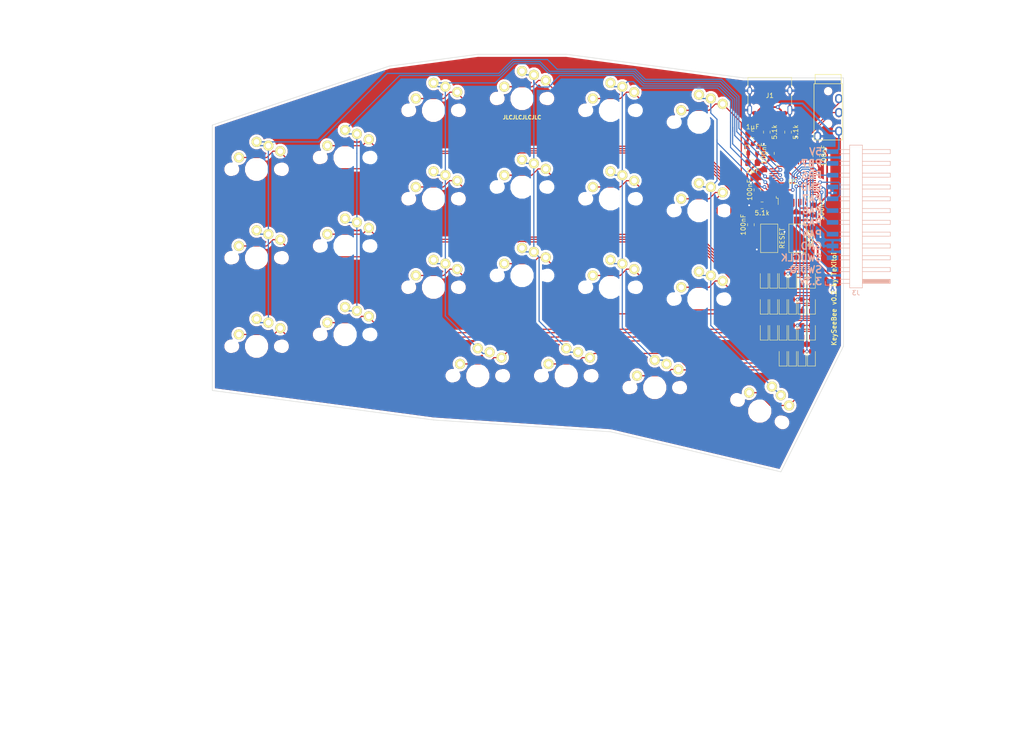
<source format=kicad_pcb>
(kicad_pcb (version 20171130) (host pcbnew 5.0.2+dfsg1-1)
  (layers (0 F.Cu signal) (31 B.Cu signal) (34 B.Paste user) (35 F.Paste user) (36 B.SilkS user) (37 F.SilkS user) (38 B.Mask user) (39 F.Mask user) (44 Edge.Cuts user))
  (net 0 "")
  (net 1 GND)
  (net 2 5V)
  (net 3 "Net-(J1-PadB8)")
  (net 4 "Net-(J1-PadA5)")
  (net 5 D-)
  (net 6 D+)
  (net 7 "Net-(J1-PadA8)")
  (net 8 "Net-(J1-PadB5)")
  (net 9 "Net-(R1-Pad1)")
  (net 10 3.3V)
  (net 11 VBAT)
  (net 12 "Net-(U1-Pad5)")
  (net 13 "Net-(U1-Pad6)")
  (net 14 "Net-(C1-Pad2)")
  (net 15 "Net-(U1-Pad10)")
  (net 16 "Net-(U1-Pad11)")
  (net 17 "Net-(U1-Pad12)")
  (net 18 "Net-(U1-Pad13)")
  (net 19 PA4)
  (net 20 PA5)
  (net 21 PA6)
  (net 22 PA7)
  (net 23 ROW1)
  (net 24 ROW2)
  (net 25 ROW3)
  (net 26 ROW4)
  (net 27 SWDIO)
  (net 28 SWDCLK)
  (net 29 COL1)
  (net 30 COL2)
  (net 31 COL3)
  (net 32 COL4)
  (net 33 PB6)
  (net 34 PB7)
  (net 35 COL5)
  (net 36 COL6)
  (net 37 TX)
  (net 38 RX)
  (net 39 "Net-(U1-Pad2)")
  (net 40 "Net-(U1-Pad3)")
  (net 41 "Net-(U1-Pad4)")
  (net 42 "Net-(U1-Pad22)")
  (net 43 "Net-(U1-Pad26)")
  (net 44 "Net-(U1-Pad27)")
  (net 45 "Net-(U1-Pad28)")
  (net 46 "Net-(U1-Pad29)")
  (net 47 "Net-(D24-Pad1)")
  (net 48 "Net-(D11-Pad1)")
  (net 49 "Net-(D12-Pad1)")
  (net 50 "Net-(D14-Pad1)")
  (net 51 "Net-(D15-Pad1)")
  (net 52 "Net-(D16-Pad1)")
  (net 53 "Net-(D17-Pad1)")
  (net 54 "Net-(D19-Pad1)")
  (net 55 "Net-(D20-Pad1)")
  (net 56 "Net-(D21-Pad1)")
  (net 57 "Net-(D23-Pad1)")
  (net 58 "Net-(D9-Pad1)")
  (net 59 "Net-(D7-Pad1)")
  (net 60 "Net-(D6-Pad1)")
  (net 61 "Net-(D5-Pad1)")
  (net 62 "Net-(D25-Pad1)")
  (net 63 "Net-(D26-Pad1)")
  (net 64 "Net-(D33-Pad1)")
  (net 65 "Net-(D34-Pad1)")
  (net 66 "Net-(D35-Pad1)")
  (net 67 "Net-(D36-Pad1)")
  (net 68 "Net-(D10-Pad1)")
  (module custom:CherryMX_Choc_1u (layer F.Cu) (at 222.631 118.745 333.5)
    (fp_text reference SW15 hide)
    (fp_text value SW_Push hide)
    (pad 1 thru_hole circle (at 5.1 -3.9 283.5) (size 2.2 2.2) (drill 1.2) (layers *.Cu F.SilkS B.Mask) (net 53 "Net-(D17-Pad1)"))
    (pad "" np_thru_hole circle (at 0 0 63.5) (size 4 4) (drill 4) (layers *.Cu *.Mask))
    (pad "" np_thru_hole circle (at -5.5 0 63.5) (size 1.9 1.9) (drill 1.9) (layers *.Cu *.Mask))
    (pad "" np_thru_hole circle (at 5.5 0 63.5) (size 1.9 1.9) (drill 1.9) (layers *.Cu *.Mask))
    (pad 2 thru_hole circle (at 0 -5.9 63.5) (size 2.2 2.2) (drill 1.2) (layers *.Cu F.SilkS B.Mask) (net 36 COL6))
    (pad 2 thru_hole circle (at 2.54 -5.08 333.5) (size 2.2 2.2) (drill 1.2) (layers *.Cu F.SilkS B.Mask) (net 36 COL6))
    (pad 1 thru_hole circle (at -3.81 -2.54 23.5) (size 2.2 2.2) (drill 1.2) (layers *.Cu F.SilkS B.Mask) (net 53 "Net-(D17-Pad1)"))
    (pad "" np_thru_hole circle (at 5.08 0 333.5) (size 1.7 1.7) (drill 1.7) (layers *.Cu *.Mask))
    (pad "" np_thru_hole circle (at -5.08 0 333.5) (size 1.7 1.7) (drill 1.7) (layers *.Cu *.Mask))
  )
  (module custom:CherryMX_Choc_1u (layer F.Cu) (at 114.3 85.725)
    (fp_text reference SW4 hide)
    (fp_text value SW_Push hide)
    (pad "" np_thru_hole circle (at -5.08 0) (size 1.7 1.7) (drill 1.7) (layers *.Cu *.Mask))
    (pad "" np_thru_hole circle (at 5.08 0) (size 1.7 1.7) (drill 1.7) (layers *.Cu *.Mask))
    (pad 1 thru_hole circle (at -3.81 -2.54 50) (size 2.2 2.2) (drill 1.2) (layers *.Cu F.SilkS B.Mask) (net 60 "Net-(D6-Pad1)"))
    (pad 2 thru_hole circle (at 2.54 -5.08) (size 2.2 2.2) (drill 1.2) (layers *.Cu F.SilkS B.Mask) (net 29 COL1))
    (pad 2 thru_hole circle (at 0 -5.9 90) (size 2.2 2.2) (drill 1.2) (layers *.Cu F.SilkS B.Mask) (net 29 COL1))
    (pad "" np_thru_hole circle (at 5.5 0 90) (size 1.9 1.9) (drill 1.9) (layers *.Cu *.Mask))
    (pad "" np_thru_hole circle (at -5.5 0 90) (size 1.9 1.9) (drill 1.9) (layers *.Cu *.Mask))
    (pad "" np_thru_hole circle (at 0 0 90) (size 4 4) (drill 4) (layers *.Cu *.Mask))
    (pad 1 thru_hole circle (at 5.1 -3.9 310) (size 2.2 2.2) (drill 1.2) (layers *.Cu F.SilkS B.Mask) (net 60 "Net-(D6-Pad1)"))
  )
  (module custom:CherryMX_Choc_1u (layer F.Cu) (at 114.3 104.775)
    (fp_text reference SW5 hide)
    (fp_text value SW_Push hide)
    (pad 1 thru_hole circle (at 5.1 -3.9 310) (size 2.2 2.2) (drill 1.2) (layers *.Cu F.SilkS B.Mask) (net 59 "Net-(D7-Pad1)"))
    (pad "" np_thru_hole circle (at 0 0 90) (size 4 4) (drill 4) (layers *.Cu *.Mask))
    (pad "" np_thru_hole circle (at -5.5 0 90) (size 1.9 1.9) (drill 1.9) (layers *.Cu *.Mask))
    (pad "" np_thru_hole circle (at 5.5 0 90) (size 1.9 1.9) (drill 1.9) (layers *.Cu *.Mask))
    (pad 2 thru_hole circle (at 0 -5.9 90) (size 2.2 2.2) (drill 1.2) (layers *.Cu F.SilkS B.Mask) (net 29 COL1))
    (pad 2 thru_hole circle (at 2.54 -5.08) (size 2.2 2.2) (drill 1.2) (layers *.Cu F.SilkS B.Mask) (net 29 COL1))
    (pad 1 thru_hole circle (at -3.81 -2.54 50) (size 2.2 2.2) (drill 1.2) (layers *.Cu F.SilkS B.Mask) (net 59 "Net-(D7-Pad1)"))
    (pad "" np_thru_hole circle (at 5.08 0) (size 1.7 1.7) (drill 1.7) (layers *.Cu *.Mask))
    (pad "" np_thru_hole circle (at -5.08 0) (size 1.7 1.7) (drill 1.7) (layers *.Cu *.Mask))
  )
  (module custom:CherryMX_Choc_1u (layer F.Cu) (at 152.4 53.975)
    (fp_text reference SW7 hide)
    (fp_text value SW_Push hide)
    (pad "" np_thru_hole circle (at -5.08 0) (size 1.7 1.7) (drill 1.7) (layers *.Cu *.Mask))
    (pad "" np_thru_hole circle (at 5.08 0) (size 1.7 1.7) (drill 1.7) (layers *.Cu *.Mask))
    (pad 1 thru_hole circle (at -3.81 -2.54 50) (size 2.2 2.2) (drill 1.2) (layers *.Cu F.SilkS B.Mask) (net 58 "Net-(D9-Pad1)"))
    (pad 2 thru_hole circle (at 2.54 -5.08) (size 2.2 2.2) (drill 1.2) (layers *.Cu F.SilkS B.Mask) (net 31 COL3))
    (pad 2 thru_hole circle (at 0 -5.9 90) (size 2.2 2.2) (drill 1.2) (layers *.Cu F.SilkS B.Mask) (net 31 COL3))
    (pad "" np_thru_hole circle (at 5.5 0 90) (size 1.9 1.9) (drill 1.9) (layers *.Cu *.Mask))
    (pad "" np_thru_hole circle (at -5.5 0 90) (size 1.9 1.9) (drill 1.9) (layers *.Cu *.Mask))
    (pad "" np_thru_hole circle (at 0 0 90) (size 4 4) (drill 4) (layers *.Cu *.Mask))
    (pad 1 thru_hole circle (at 5.1 -3.9 310) (size 2.2 2.2) (drill 1.2) (layers *.Cu F.SilkS B.Mask) (net 58 "Net-(D9-Pad1)"))
  )
  (module custom:CherryMX_Choc_1u (layer F.Cu) (at 209.55 75.565)
    (fp_text reference SW13 hide)
    (fp_text value SW_Push hide)
    (pad 1 thru_hole circle (at 5.1 -3.9 310) (size 2.2 2.2) (drill 1.2) (layers *.Cu F.SilkS B.Mask) (net 51 "Net-(D15-Pad1)"))
    (pad "" np_thru_hole circle (at 0 0 90) (size 4 4) (drill 4) (layers *.Cu *.Mask))
    (pad "" np_thru_hole circle (at -5.5 0 90) (size 1.9 1.9) (drill 1.9) (layers *.Cu *.Mask))
    (pad "" np_thru_hole circle (at 5.5 0 90) (size 1.9 1.9) (drill 1.9) (layers *.Cu *.Mask))
    (pad 2 thru_hole circle (at 0 -5.9 90) (size 2.2 2.2) (drill 1.2) (layers *.Cu F.SilkS B.Mask) (net 36 COL6))
    (pad 2 thru_hole circle (at 2.54 -5.08) (size 2.2 2.2) (drill 1.2) (layers *.Cu F.SilkS B.Mask) (net 36 COL6))
    (pad 1 thru_hole circle (at -3.81 -2.54 50) (size 2.2 2.2) (drill 1.2) (layers *.Cu F.SilkS B.Mask) (net 51 "Net-(D15-Pad1)"))
    (pad "" np_thru_hole circle (at 5.08 0) (size 1.7 1.7) (drill 1.7) (layers *.Cu *.Mask))
    (pad "" np_thru_hole circle (at -5.08 0) (size 1.7 1.7) (drill 1.7) (layers *.Cu *.Mask))
  )
  (module custom:CherryMX_Choc_1u (layer F.Cu) (at 152.4 73.025)
    (fp_text reference SW8 hide)
    (fp_text value SW_Push hide)
    (pad "" np_thru_hole circle (at -5.08 0) (size 1.7 1.7) (drill 1.7) (layers *.Cu *.Mask))
    (pad "" np_thru_hole circle (at 5.08 0) (size 1.7 1.7) (drill 1.7) (layers *.Cu *.Mask))
    (pad 1 thru_hole circle (at -3.81 -2.54 50) (size 2.2 2.2) (drill 1.2) (layers *.Cu F.SilkS B.Mask) (net 68 "Net-(D10-Pad1)"))
    (pad 2 thru_hole circle (at 2.54 -5.08) (size 2.2 2.2) (drill 1.2) (layers *.Cu F.SilkS B.Mask) (net 31 COL3))
    (pad 2 thru_hole circle (at 0 -5.9 90) (size 2.2 2.2) (drill 1.2) (layers *.Cu F.SilkS B.Mask) (net 31 COL3))
    (pad "" np_thru_hole circle (at 5.5 0 90) (size 1.9 1.9) (drill 1.9) (layers *.Cu *.Mask))
    (pad "" np_thru_hole circle (at -5.5 0 90) (size 1.9 1.9) (drill 1.9) (layers *.Cu *.Mask))
    (pad "" np_thru_hole circle (at 0 0 90) (size 4 4) (drill 4) (layers *.Cu *.Mask))
    (pad 1 thru_hole circle (at 5.1 -3.9 310) (size 2.2 2.2) (drill 1.2) (layers *.Cu F.SilkS B.Mask) (net 68 "Net-(D10-Pad1)"))
  )
  (module custom:CherryMX_Choc_1u (layer F.Cu) (at 152.4 92.075)
    (fp_text reference SW9 hide)
    (fp_text value SW_Push hide)
    (pad 1 thru_hole circle (at 5.1 -3.9 310) (size 2.2 2.2) (drill 1.2) (layers *.Cu F.SilkS B.Mask) (net 48 "Net-(D11-Pad1)"))
    (pad "" np_thru_hole circle (at 0 0 90) (size 4 4) (drill 4) (layers *.Cu *.Mask))
    (pad "" np_thru_hole circle (at -5.5 0 90) (size 1.9 1.9) (drill 1.9) (layers *.Cu *.Mask))
    (pad "" np_thru_hole circle (at 5.5 0 90) (size 1.9 1.9) (drill 1.9) (layers *.Cu *.Mask))
    (pad 2 thru_hole circle (at 0 -5.9 90) (size 2.2 2.2) (drill 1.2) (layers *.Cu F.SilkS B.Mask) (net 31 COL3))
    (pad 2 thru_hole circle (at 2.54 -5.08) (size 2.2 2.2) (drill 1.2) (layers *.Cu F.SilkS B.Mask) (net 31 COL3))
    (pad 1 thru_hole circle (at -3.81 -2.54 50) (size 2.2 2.2) (drill 1.2) (layers *.Cu F.SilkS B.Mask) (net 48 "Net-(D11-Pad1)"))
    (pad "" np_thru_hole circle (at 5.08 0) (size 1.7 1.7) (drill 1.7) (layers *.Cu *.Mask))
    (pad "" np_thru_hole circle (at -5.08 0) (size 1.7 1.7) (drill 1.7) (layers *.Cu *.Mask))
  )
  (module custom:CherryMX_Choc_1u (layer F.Cu) (at 161.925 111.125)
    (fp_text reference SW10 hide)
    (fp_text value SW_Push hide)
    (pad "" np_thru_hole circle (at -5.08 0) (size 1.7 1.7) (drill 1.7) (layers *.Cu *.Mask))
    (pad "" np_thru_hole circle (at 5.08 0) (size 1.7 1.7) (drill 1.7) (layers *.Cu *.Mask))
    (pad 1 thru_hole circle (at -3.81 -2.54 50) (size 2.2 2.2) (drill 1.2) (layers *.Cu F.SilkS B.Mask) (net 49 "Net-(D12-Pad1)"))
    (pad 2 thru_hole circle (at 2.54 -5.08) (size 2.2 2.2) (drill 1.2) (layers *.Cu F.SilkS B.Mask) (net 31 COL3))
    (pad 2 thru_hole circle (at 0 -5.9 90) (size 2.2 2.2) (drill 1.2) (layers *.Cu F.SilkS B.Mask) (net 31 COL3))
    (pad "" np_thru_hole circle (at 5.5 0 90) (size 1.9 1.9) (drill 1.9) (layers *.Cu *.Mask))
    (pad "" np_thru_hole circle (at -5.5 0 90) (size 1.9 1.9) (drill 1.9) (layers *.Cu *.Mask))
    (pad "" np_thru_hole circle (at 0 0 90) (size 4 4) (drill 4) (layers *.Cu *.Mask))
    (pad 1 thru_hole circle (at 5.1 -3.9 310) (size 2.2 2.2) (drill 1.2) (layers *.Cu F.SilkS B.Mask) (net 49 "Net-(D12-Pad1)"))
  )
  (module custom:CherryMX_Choc_1u (layer F.Cu) (at 209.55 56.515)
    (fp_text reference SW12 hide)
    (fp_text value SW_Push hide)
    (pad 1 thru_hole circle (at 5.1 -3.9 310) (size 2.2 2.2) (drill 1.2) (layers *.Cu F.SilkS B.Mask) (net 50 "Net-(D14-Pad1)"))
    (pad "" np_thru_hole circle (at 0 0 90) (size 4 4) (drill 4) (layers *.Cu *.Mask))
    (pad "" np_thru_hole circle (at -5.5 0 90) (size 1.9 1.9) (drill 1.9) (layers *.Cu *.Mask))
    (pad "" np_thru_hole circle (at 5.5 0 90) (size 1.9 1.9) (drill 1.9) (layers *.Cu *.Mask))
    (pad 2 thru_hole circle (at 0 -5.9 90) (size 2.2 2.2) (drill 1.2) (layers *.Cu F.SilkS B.Mask) (net 36 COL6))
    (pad 2 thru_hole circle (at 2.54 -5.08) (size 2.2 2.2) (drill 1.2) (layers *.Cu F.SilkS B.Mask) (net 36 COL6))
    (pad 1 thru_hole circle (at -3.81 -2.54 50) (size 2.2 2.2) (drill 1.2) (layers *.Cu F.SilkS B.Mask) (net 50 "Net-(D14-Pad1)"))
    (pad "" np_thru_hole circle (at 5.08 0) (size 1.7 1.7) (drill 1.7) (layers *.Cu *.Mask))
    (pad "" np_thru_hole circle (at -5.08 0) (size 1.7 1.7) (drill 1.7) (layers *.Cu *.Mask))
  )
  (module custom:CherryMX_Choc_1u (layer F.Cu) (at 209.55 94.615)
    (fp_text reference SW14 hide)
    (fp_text value SW_Push hide)
    (pad "" np_thru_hole circle (at -5.08 0) (size 1.7 1.7) (drill 1.7) (layers *.Cu *.Mask))
    (pad "" np_thru_hole circle (at 5.08 0) (size 1.7 1.7) (drill 1.7) (layers *.Cu *.Mask))
    (pad 1 thru_hole circle (at -3.81 -2.54 50) (size 2.2 2.2) (drill 1.2) (layers *.Cu F.SilkS B.Mask) (net 52 "Net-(D16-Pad1)"))
    (pad 2 thru_hole circle (at 2.54 -5.08) (size 2.2 2.2) (drill 1.2) (layers *.Cu F.SilkS B.Mask) (net 36 COL6))
    (pad 2 thru_hole circle (at 0 -5.9 90) (size 2.2 2.2) (drill 1.2) (layers *.Cu F.SilkS B.Mask) (net 36 COL6))
    (pad "" np_thru_hole circle (at 5.5 0 90) (size 1.9 1.9) (drill 1.9) (layers *.Cu *.Mask))
    (pad "" np_thru_hole circle (at -5.5 0 90) (size 1.9 1.9) (drill 1.9) (layers *.Cu *.Mask))
    (pad "" np_thru_hole circle (at 0 0 90) (size 4 4) (drill 4) (layers *.Cu *.Mask))
    (pad 1 thru_hole circle (at 5.1 -3.9 310) (size 2.2 2.2) (drill 1.2) (layers *.Cu F.SilkS B.Mask) (net 52 "Net-(D16-Pad1)"))
  )
  (module custom:CherryMX_Choc_1u (layer F.Cu) (at 133.35 64.135)
    (fp_text reference SW17 hide)
    (fp_text value SW_Push hide)
    (pad 1 thru_hole circle (at 5.1 -3.9 310) (size 2.2 2.2) (drill 1.2) (layers *.Cu F.SilkS B.Mask) (net 54 "Net-(D19-Pad1)"))
    (pad "" np_thru_hole circle (at 0 0 90) (size 4 4) (drill 4) (layers *.Cu *.Mask))
    (pad "" np_thru_hole circle (at -5.5 0 90) (size 1.9 1.9) (drill 1.9) (layers *.Cu *.Mask))
    (pad "" np_thru_hole circle (at 5.5 0 90) (size 1.9 1.9) (drill 1.9) (layers *.Cu *.Mask))
    (pad 2 thru_hole circle (at 0 -5.9 90) (size 2.2 2.2) (drill 1.2) (layers *.Cu F.SilkS B.Mask) (net 30 COL2))
    (pad 2 thru_hole circle (at 2.54 -5.08) (size 2.2 2.2) (drill 1.2) (layers *.Cu F.SilkS B.Mask) (net 30 COL2))
    (pad 1 thru_hole circle (at -3.81 -2.54 50) (size 2.2 2.2) (drill 1.2) (layers *.Cu F.SilkS B.Mask) (net 54 "Net-(D19-Pad1)"))
    (pad "" np_thru_hole circle (at 5.08 0) (size 1.7 1.7) (drill 1.7) (layers *.Cu *.Mask))
    (pad "" np_thru_hole circle (at -5.08 0) (size 1.7 1.7) (drill 1.7) (layers *.Cu *.Mask))
  )
  (module custom:CherryMX_Choc_1u (layer F.Cu) (at 133.35 83.185)
    (fp_text reference SW18 hide)
    (fp_text value SW_Push hide)
    (pad "" np_thru_hole circle (at -5.08 0) (size 1.7 1.7) (drill 1.7) (layers *.Cu *.Mask))
    (pad "" np_thru_hole circle (at 5.08 0) (size 1.7 1.7) (drill 1.7) (layers *.Cu *.Mask))
    (pad 1 thru_hole circle (at -3.81 -2.54 50) (size 2.2 2.2) (drill 1.2) (layers *.Cu F.SilkS B.Mask) (net 55 "Net-(D20-Pad1)"))
    (pad 2 thru_hole circle (at 2.54 -5.08) (size 2.2 2.2) (drill 1.2) (layers *.Cu F.SilkS B.Mask) (net 30 COL2))
    (pad 2 thru_hole circle (at 0 -5.9 90) (size 2.2 2.2) (drill 1.2) (layers *.Cu F.SilkS B.Mask) (net 30 COL2))
    (pad "" np_thru_hole circle (at 5.5 0 90) (size 1.9 1.9) (drill 1.9) (layers *.Cu *.Mask))
    (pad "" np_thru_hole circle (at -5.5 0 90) (size 1.9 1.9) (drill 1.9) (layers *.Cu *.Mask))
    (pad "" np_thru_hole circle (at 0 0 90) (size 4 4) (drill 4) (layers *.Cu *.Mask))
    (pad 1 thru_hole circle (at 5.1 -3.9 310) (size 2.2 2.2) (drill 1.2) (layers *.Cu F.SilkS B.Mask) (net 55 "Net-(D20-Pad1)"))
  )
  (module custom:CherryMX_Choc_1u (layer F.Cu) (at 133.35 102.235)
    (fp_text reference SW19 hide)
    (fp_text value SW_Push hide)
    (pad 1 thru_hole circle (at 5.1 -3.9 310) (size 2.2 2.2) (drill 1.2) (layers *.Cu F.SilkS B.Mask) (net 56 "Net-(D21-Pad1)"))
    (pad "" np_thru_hole circle (at 0 0 90) (size 4 4) (drill 4) (layers *.Cu *.Mask))
    (pad "" np_thru_hole circle (at -5.5 0 90) (size 1.9 1.9) (drill 1.9) (layers *.Cu *.Mask))
    (pad "" np_thru_hole circle (at 5.5 0 90) (size 1.9 1.9) (drill 1.9) (layers *.Cu *.Mask))
    (pad 2 thru_hole circle (at 0 -5.9 90) (size 2.2 2.2) (drill 1.2) (layers *.Cu F.SilkS B.Mask) (net 30 COL2))
    (pad 2 thru_hole circle (at 2.54 -5.08) (size 2.2 2.2) (drill 1.2) (layers *.Cu F.SilkS B.Mask) (net 30 COL2))
    (pad 1 thru_hole circle (at -3.81 -2.54 50) (size 2.2 2.2) (drill 1.2) (layers *.Cu F.SilkS B.Mask) (net 56 "Net-(D21-Pad1)"))
    (pad "" np_thru_hole circle (at 5.08 0) (size 1.7 1.7) (drill 1.7) (layers *.Cu *.Mask))
    (pad "" np_thru_hole circle (at -5.08 0) (size 1.7 1.7) (drill 1.7) (layers *.Cu *.Mask))
  )
  (module custom:CherryMX_Choc_1u (layer F.Cu) (at 171.45 51.435)
    (fp_text reference SW21 hide)
    (fp_text value SW_Push hide)
    (pad "" np_thru_hole circle (at -5.08 0) (size 1.7 1.7) (drill 1.7) (layers *.Cu *.Mask))
    (pad "" np_thru_hole circle (at 5.08 0) (size 1.7 1.7) (drill 1.7) (layers *.Cu *.Mask))
    (pad 1 thru_hole circle (at -3.81 -2.54 50) (size 2.2 2.2) (drill 1.2) (layers *.Cu F.SilkS B.Mask) (net 57 "Net-(D23-Pad1)"))
    (pad 2 thru_hole circle (at 2.54 -5.08) (size 2.2 2.2) (drill 1.2) (layers *.Cu F.SilkS B.Mask) (net 32 COL4))
    (pad 2 thru_hole circle (at 0 -5.9 90) (size 2.2 2.2) (drill 1.2) (layers *.Cu F.SilkS B.Mask) (net 32 COL4))
    (pad "" np_thru_hole circle (at 5.5 0 90) (size 1.9 1.9) (drill 1.9) (layers *.Cu *.Mask))
    (pad "" np_thru_hole circle (at -5.5 0 90) (size 1.9 1.9) (drill 1.9) (layers *.Cu *.Mask))
    (pad "" np_thru_hole circle (at 0 0 90) (size 4 4) (drill 4) (layers *.Cu *.Mask))
    (pad 1 thru_hole circle (at 5.1 -3.9 310) (size 2.2 2.2) (drill 1.2) (layers *.Cu F.SilkS B.Mask) (net 57 "Net-(D23-Pad1)"))
  )
  (module custom:CherryMX_Choc_1u (layer F.Cu) (at 171.45 70.485)
    (fp_text reference SW22 hide)
    (fp_text value SW_Push hide)
    (pad 1 thru_hole circle (at 5.1 -3.9 310) (size 2.2 2.2) (drill 1.2) (layers *.Cu F.SilkS B.Mask) (net 47 "Net-(D24-Pad1)"))
    (pad "" np_thru_hole circle (at 0 0 90) (size 4 4) (drill 4) (layers *.Cu *.Mask))
    (pad "" np_thru_hole circle (at -5.5 0 90) (size 1.9 1.9) (drill 1.9) (layers *.Cu *.Mask))
    (pad "" np_thru_hole circle (at 5.5 0 90) (size 1.9 1.9) (drill 1.9) (layers *.Cu *.Mask))
    (pad 2 thru_hole circle (at 0 -5.9 90) (size 2.2 2.2) (drill 1.2) (layers *.Cu F.SilkS B.Mask) (net 32 COL4))
    (pad 2 thru_hole circle (at 2.54 -5.08) (size 2.2 2.2) (drill 1.2) (layers *.Cu F.SilkS B.Mask) (net 32 COL4))
    (pad 1 thru_hole circle (at -3.81 -2.54 50) (size 2.2 2.2) (drill 1.2) (layers *.Cu F.SilkS B.Mask) (net 47 "Net-(D24-Pad1)"))
    (pad "" np_thru_hole circle (at 5.08 0) (size 1.7 1.7) (drill 1.7) (layers *.Cu *.Mask))
    (pad "" np_thru_hole circle (at -5.08 0) (size 1.7 1.7) (drill 1.7) (layers *.Cu *.Mask))
  )
  (module custom:CherryMX_Choc_1u (layer F.Cu) (at 171.45 89.535)
    (fp_text reference SW23 hide)
    (fp_text value SW_Push hide)
    (pad "" np_thru_hole circle (at -5.08 0) (size 1.7 1.7) (drill 1.7) (layers *.Cu *.Mask))
    (pad "" np_thru_hole circle (at 5.08 0) (size 1.7 1.7) (drill 1.7) (layers *.Cu *.Mask))
    (pad 1 thru_hole circle (at -3.81 -2.54 50) (size 2.2 2.2) (drill 1.2) (layers *.Cu F.SilkS B.Mask) (net 62 "Net-(D25-Pad1)"))
    (pad 2 thru_hole circle (at 2.54 -5.08) (size 2.2 2.2) (drill 1.2) (layers *.Cu F.SilkS B.Mask) (net 32 COL4))
    (pad 2 thru_hole circle (at 0 -5.9 90) (size 2.2 2.2) (drill 1.2) (layers *.Cu F.SilkS B.Mask) (net 32 COL4))
    (pad "" np_thru_hole circle (at 5.5 0 90) (size 1.9 1.9) (drill 1.9) (layers *.Cu *.Mask))
    (pad "" np_thru_hole circle (at -5.5 0 90) (size 1.9 1.9) (drill 1.9) (layers *.Cu *.Mask))
    (pad "" np_thru_hole circle (at 0 0 90) (size 4 4) (drill 4) (layers *.Cu *.Mask))
    (pad 1 thru_hole circle (at 5.1 -3.9 310) (size 2.2 2.2) (drill 1.2) (layers *.Cu F.SilkS B.Mask) (net 62 "Net-(D25-Pad1)"))
  )
  (module custom:CherryMX_Choc_1u (layer F.Cu) (at 190.5 53.975)
    (fp_text reference SW31 hide)
    (fp_text value SW_Push hide)
    (pad 1 thru_hole circle (at 5.1 -3.9 310) (size 2.2 2.2) (drill 1.2) (layers *.Cu F.SilkS B.Mask) (net 64 "Net-(D33-Pad1)"))
    (pad "" np_thru_hole circle (at 0 0 90) (size 4 4) (drill 4) (layers *.Cu *.Mask))
    (pad "" np_thru_hole circle (at -5.5 0 90) (size 1.9 1.9) (drill 1.9) (layers *.Cu *.Mask))
    (pad "" np_thru_hole circle (at 5.5 0 90) (size 1.9 1.9) (drill 1.9) (layers *.Cu *.Mask))
    (pad 2 thru_hole circle (at 0 -5.9 90) (size 2.2 2.2) (drill 1.2) (layers *.Cu F.SilkS B.Mask) (net 35 COL5))
    (pad 2 thru_hole circle (at 2.54 -5.08) (size 2.2 2.2) (drill 1.2) (layers *.Cu F.SilkS B.Mask) (net 35 COL5))
    (pad 1 thru_hole circle (at -3.81 -2.54 50) (size 2.2 2.2) (drill 1.2) (layers *.Cu F.SilkS B.Mask) (net 64 "Net-(D33-Pad1)"))
    (pad "" np_thru_hole circle (at 5.08 0) (size 1.7 1.7) (drill 1.7) (layers *.Cu *.Mask))
    (pad "" np_thru_hole circle (at -5.08 0) (size 1.7 1.7) (drill 1.7) (layers *.Cu *.Mask))
  )
  (module custom:CherryMX_Choc_1u (layer F.Cu) (at 190.5 73.025)
    (fp_text reference SW32 hide)
    (fp_text value SW_Push hide)
    (pad "" np_thru_hole circle (at -5.08 0) (size 1.7 1.7) (drill 1.7) (layers *.Cu *.Mask))
    (pad "" np_thru_hole circle (at 5.08 0) (size 1.7 1.7) (drill 1.7) (layers *.Cu *.Mask))
    (pad 1 thru_hole circle (at -3.81 -2.54 50) (size 2.2 2.2) (drill 1.2) (layers *.Cu F.SilkS B.Mask) (net 65 "Net-(D34-Pad1)"))
    (pad 2 thru_hole circle (at 2.54 -5.08) (size 2.2 2.2) (drill 1.2) (layers *.Cu F.SilkS B.Mask) (net 35 COL5))
    (pad 2 thru_hole circle (at 0 -5.9 90) (size 2.2 2.2) (drill 1.2) (layers *.Cu F.SilkS B.Mask) (net 35 COL5))
    (pad "" np_thru_hole circle (at 5.5 0 90) (size 1.9 1.9) (drill 1.9) (layers *.Cu *.Mask))
    (pad "" np_thru_hole circle (at -5.5 0 90) (size 1.9 1.9) (drill 1.9) (layers *.Cu *.Mask))
    (pad "" np_thru_hole circle (at 0 0 90) (size 4 4) (drill 4) (layers *.Cu *.Mask))
    (pad 1 thru_hole circle (at 5.1 -3.9 310) (size 2.2 2.2) (drill 1.2) (layers *.Cu F.SilkS B.Mask) (net 65 "Net-(D34-Pad1)"))
  )
  (module custom:CherryMX_Choc_1u (layer F.Cu) (at 190.5 92.075)
    (fp_text reference SW33 hide)
    (fp_text value SW_Push hide)
    (pad 1 thru_hole circle (at 5.1 -3.9 310) (size 2.2 2.2) (drill 1.2) (layers *.Cu F.SilkS B.Mask) (net 66 "Net-(D35-Pad1)"))
    (pad "" np_thru_hole circle (at 0 0 90) (size 4 4) (drill 4) (layers *.Cu *.Mask))
    (pad "" np_thru_hole circle (at -5.5 0 90) (size 1.9 1.9) (drill 1.9) (layers *.Cu *.Mask))
    (pad "" np_thru_hole circle (at 5.5 0 90) (size 1.9 1.9) (drill 1.9) (layers *.Cu *.Mask))
    (pad 2 thru_hole circle (at 0 -5.9 90) (size 2.2 2.2) (drill 1.2) (layers *.Cu F.SilkS B.Mask) (net 35 COL5))
    (pad 2 thru_hole circle (at 2.54 -5.08) (size 2.2 2.2) (drill 1.2) (layers *.Cu F.SilkS B.Mask) (net 35 COL5))
    (pad 1 thru_hole circle (at -3.81 -2.54 50) (size 2.2 2.2) (drill 1.2) (layers *.Cu F.SilkS B.Mask) (net 66 "Net-(D35-Pad1)"))
    (pad "" np_thru_hole circle (at 5.08 0) (size 1.7 1.7) (drill 1.7) (layers *.Cu *.Mask))
    (pad "" np_thru_hole circle (at -5.08 0) (size 1.7 1.7) (drill 1.7) (layers *.Cu *.Mask))
  )
  (module custom:CherryMX_Choc_1u (layer F.Cu) (at 200.025 113.665)
    (fp_text reference SW34 hide)
    (fp_text value SW_Push hide)
    (pad "" np_thru_hole circle (at -5.08 0) (size 1.7 1.7) (drill 1.7) (layers *.Cu *.Mask))
    (pad "" np_thru_hole circle (at 5.08 0) (size 1.7 1.7) (drill 1.7) (layers *.Cu *.Mask))
    (pad 1 thru_hole circle (at -3.81 -2.54 50) (size 2.2 2.2) (drill 1.2) (layers *.Cu F.SilkS B.Mask) (net 67 "Net-(D36-Pad1)"))
    (pad 2 thru_hole circle (at 2.54 -5.08) (size 2.2 2.2) (drill 1.2) (layers *.Cu F.SilkS B.Mask) (net 35 COL5))
    (pad 2 thru_hole circle (at 0 -5.9 90) (size 2.2 2.2) (drill 1.2) (layers *.Cu F.SilkS B.Mask) (net 35 COL5))
    (pad "" np_thru_hole circle (at 5.5 0 90) (size 1.9 1.9) (drill 1.9) (layers *.Cu *.Mask))
    (pad "" np_thru_hole circle (at -5.5 0 90) (size 1.9 1.9) (drill 1.9) (layers *.Cu *.Mask))
    (pad "" np_thru_hole circle (at 0 0 90) (size 4 4) (drill 4) (layers *.Cu *.Mask))
    (pad 1 thru_hole circle (at 5.1 -3.9 310) (size 2.2 2.2) (drill 1.2) (layers *.Cu F.SilkS B.Mask) (net 67 "Net-(D36-Pad1)"))
  )
  (module custom:CherryMX_Choc_1u (layer F.Cu) (at 180.975 111.125)
    (fp_text reference SW24 hide)
    (fp_text value SW_Push hide)
    (pad 1 thru_hole circle (at 5.1 -3.9 310) (size 2.2 2.2) (drill 1.2) (layers *.Cu F.SilkS B.Mask) (net 63 "Net-(D26-Pad1)"))
    (pad "" np_thru_hole circle (at 0 0 90) (size 4 4) (drill 4) (layers *.Cu *.Mask))
    (pad "" np_thru_hole circle (at -5.5 0 90) (size 1.9 1.9) (drill 1.9) (layers *.Cu *.Mask))
    (pad "" np_thru_hole circle (at 5.5 0 90) (size 1.9 1.9) (drill 1.9) (layers *.Cu *.Mask))
    (pad 2 thru_hole circle (at 0 -5.9 90) (size 2.2 2.2) (drill 1.2) (layers *.Cu F.SilkS B.Mask) (net 32 COL4))
    (pad 2 thru_hole circle (at 2.54 -5.08) (size 2.2 2.2) (drill 1.2) (layers *.Cu F.SilkS B.Mask) (net 32 COL4))
    (pad 1 thru_hole circle (at -3.81 -2.54 50) (size 2.2 2.2) (drill 1.2) (layers *.Cu F.SilkS B.Mask) (net 63 "Net-(D26-Pad1)"))
    (pad "" np_thru_hole circle (at 5.08 0) (size 1.7 1.7) (drill 1.7) (layers *.Cu *.Mask))
    (pad "" np_thru_hole circle (at -5.08 0) (size 1.7 1.7) (drill 1.7) (layers *.Cu *.Mask))
  )
  (module custom:CherryMX_Choc_1u (layer F.Cu) (at 114.3 66.675)
    (fp_text reference SW3 hide)
    (fp_text value SW_Push hide)
    (pad 1 thru_hole circle (at 5.1 -3.9 310) (size 2.2 2.2) (drill 1.2) (layers *.Cu F.SilkS B.Mask) (net 61 "Net-(D5-Pad1)"))
    (pad "" np_thru_hole circle (at 0 0 90) (size 4 4) (drill 4) (layers *.Cu *.Mask))
    (pad "" np_thru_hole circle (at -5.5 0 90) (size 1.9 1.9) (drill 1.9) (layers *.Cu *.Mask))
    (pad "" np_thru_hole circle (at 5.5 0 90) (size 1.9 1.9) (drill 1.9) (layers *.Cu *.Mask))
    (pad 2 thru_hole circle (at 0 -5.9 90) (size 2.2 2.2) (drill 1.2) (layers *.Cu F.SilkS B.Mask) (net 29 COL1))
    (pad 2 thru_hole circle (at 2.54 -5.08) (size 2.2 2.2) (drill 1.2) (layers *.Cu F.SilkS B.Mask) (net 29 COL1))
    (pad 1 thru_hole circle (at -3.81 -2.54 50) (size 2.2 2.2) (drill 1.2) (layers *.Cu F.SilkS B.Mask) (net 61 "Net-(D5-Pad1)"))
    (pad "" np_thru_hole circle (at 5.08 0) (size 1.7 1.7) (drill 1.7) (layers *.Cu *.Mask))
    (pad "" np_thru_hole circle (at -5.08 0) (size 1.7 1.7) (drill 1.7) (layers *.Cu *.Mask))
  )
  (module keebio:TRRS-PJ-320A-no-Fmask (layer F.Cu) (at 237.363 48.26)
    (fp_text reference J2)
    (fp_text value AudioJack4)
    (pad 1 thru_hole oval (at -2.3 11.3) (size 1.6 2) (drill oval 0.9 1.3) (layers *.Cu B.Mask) (net 1 GND))
    (pad 2 thru_hole oval (at 2.3 10.2) (size 1.6 2) (drill oval 0.9 1.3) (layers *.Cu B.Mask) (net 2 5V))
    (pad 4 thru_hole oval (at 2.3 3.2) (size 1.6 2) (drill oval 0.9 1.3) (layers *.Cu B.Mask) (net 38 RX))
    (pad "" np_thru_hole circle (at 0 8.6) (size 0.8 0.8) (drill 0.8) (layers *.Cu *.Mask))
    (pad "" np_thru_hole circle (at 0 1.6) (size 0.8 0.8) (drill 0.8) (layers *.Cu *.Mask))
    (pad 3 thru_hole oval (at 2.3 6.2) (size 1.6 2) (drill oval 0.9 1.3) (layers *.Cu B.Mask) (net 37 TX))
    (pad 4 thru_hole oval (at 2.3 3.2) (size 1 1.4) (drill oval 0.9 1.3) (layers *.Cu F.Mask) (net 38 RX))
    (pad 3 thru_hole oval (at 2.3 6.2) (size 1 1.4) (drill oval 0.9 1.3) (layers *.Cu F.Mask) (net 37 TX))
    (pad 2 thru_hole oval (at 2.3 10.2) (size 1 1.4) (drill oval 0.9 1.3) (layers *.Cu F.Mask) (net 2 5V))
    (pad 1 thru_hole oval (at -2.3 11.3) (size 1 1.4) (drill oval 0.9 1.3) (layers *.Cu F.Mask) (net 1 GND))
  )
  (module kicad-harwin:Harwin_M20-89012xx_1x12_P2.54mm_Horizontal (layer B.Cu) (at 243.84 76.835)
    (fp_text reference J3 (at -0.48 16.44) (layer B.SilkS) (effects (justify mirror)))
    (fp_text value Conn_01x12_Male)
    (pad "" smd rect (at 3.895 13.97) (size 6 0.76) (layers B.SilkS))
    (pad 12 smd rect (at -5.525 -13.97) (size 2.5 1) (layers B.Cu B.Paste B.Mask) (net 2 5V))
    (pad 11 smd rect (at -5.525 -11.43) (size 2.5 1) (layers B.Cu B.Paste B.Mask) (net 34 PB7))
    (pad 10 smd rect (at -5.525 -8.89) (size 2.5 1) (layers B.Cu B.Paste B.Mask) (net 33 PB6))
    (pad 9 smd rect (at -5.525 -6.35) (size 2.5 1) (layers B.Cu B.Paste B.Mask) (net 1 GND))
    (pad 8 smd rect (at -5.525 -3.81) (size 2.5 1) (layers B.Cu B.Paste B.Mask) (net 22 PA7))
    (pad 7 smd rect (at -5.525 -1.27) (size 2.5 1) (layers B.Cu B.Paste B.Mask) (net 21 PA6))
    (pad 6 smd rect (at -5.525 1.27) (size 2.5 1) (layers B.Cu B.Paste B.Mask) (net 20 PA5))
    (pad 5 smd rect (at -5.525 3.81) (size 2.5 1) (layers B.Cu B.Paste B.Mask) (net 19 PA4))
    (pad 4 smd rect (at -5.525 6.35) (size 2.5 1) (layers B.Cu B.Paste B.Mask) (net 1 GND))
    (pad 3 smd rect (at -5.525 8.89) (size 2.5 1) (layers B.Cu B.Paste B.Mask) (net 28 SWDCLK))
    (pad 2 smd rect (at -5.525 11.43) (size 2.5 1) (layers B.Cu B.Paste B.Mask) (net 27 SWDIO))
    (pad 1 smd rect (at -5.525 13.97) (size 2.5 1) (layers B.Cu B.Paste B.Mask) (net 10 3.3V))
  )
  (module Button_Switch_SMD:SW_SPST_CK_RS282G05A3 (layer F.Cu) (at 230.759 81.534 90)
    (fp_text reference SW1 hide)
    (fp_text value BOOT (at 0 2.794 90) (layer F.SilkS))
    (pad 2 smd rect (at 3.9 0 90) (size 1.5 1.5) (layers F.Cu F.Paste F.Mask) (net 10 3.3V))
    (pad 1 smd rect (at -3.9 0 90) (size 1.5 1.5) (layers F.Cu F.Paste F.Mask) (net 9 "Net-(R1-Pad1)"))
  )
  (module Button_Switch_SMD:SW_SPST_CK_RS282G05A3 (layer F.Cu) (at 224.663 81.534 90)
    (fp_text reference SW2 hide)
    (fp_text value RESET (at 0 2.794 90) (layer F.SilkS))
    (pad 2 smd rect (at 3.9 0 90) (size 1.5 1.5) (layers F.Cu F.Paste F.Mask) (net 14 "Net-(C1-Pad2)"))
    (pad 1 smd rect (at -3.9 0 90) (size 1.5 1.5) (layers F.Cu F.Paste F.Mask) (net 1 GND))
  )
  (module Capacitor_SMD:C_0805_2012Metric_Pad1.15x1.40mm_HandSolder (layer F.Cu) (at 221.107 59.182)
    (fp_text reference C7 hide)
    (fp_text value 1µF (at 0 -1.65) (layer F.SilkS))
    (pad 2 smd roundrect (at 1.025 0) (size 1.15 1.4) (layers F.Cu F.Paste F.Mask) (roundrect_rratio 0.217391) (net 2 5V))
    (pad 1 smd roundrect (at -1.025 0) (size 1.15 1.4) (layers F.Cu F.Paste F.Mask) (roundrect_rratio 0.217391) (net 1 GND))
  )
  (module Capacitor_SMD:C_0805_2012Metric_Pad1.15x1.40mm_HandSolder (layer F.Cu) (at 225.044 63.246 270)
    (fp_text reference C5 hide)
    (fp_text value 100nF (at 0 1.524 270) (layer F.SilkS))
    (pad 2 smd roundrect (at 1.025 0 270) (size 1.15 1.4) (layers F.Cu F.Paste F.Mask) (roundrect_rratio 0.217391) (net 10 3.3V))
    (pad 1 smd roundrect (at -1.025 0 270) (size 1.15 1.4) (layers F.Cu F.Paste F.Mask) (roundrect_rratio 0.217391) (net 1 GND))
  )
  (module Capacitor_SMD:C_0805_2012Metric_Pad1.15x1.40mm_HandSolder (layer F.Cu) (at 222.123 71.12 270)
    (fp_text reference C4 hide)
    (fp_text value 100nF (at 0 1.65 270) (layer F.SilkS))
    (pad 2 smd roundrect (at 1.025 0 270) (size 1.15 1.4) (layers F.Cu F.Paste F.Mask) (roundrect_rratio 0.217391) (net 10 3.3V))
    (pad 1 smd roundrect (at -1.025 0 270) (size 1.15 1.4) (layers F.Cu F.Paste F.Mask) (roundrect_rratio 0.217391) (net 1 GND))
  )
  (module Capacitor_SMD:C_0805_2012Metric_Pad1.15x1.40mm_HandSolder (layer F.Cu) (at 234.315 75.438 90)
    (fp_text reference C3 hide)
    (fp_text value 100nF (at 0 1.65 90) (layer F.SilkS))
    (pad 2 smd roundrect (at 1.025 0 90) (size 1.15 1.4) (layers F.Cu F.Paste F.Mask) (roundrect_rratio 0.217391) (net 10 3.3V))
    (pad 1 smd roundrect (at -1.025 0 90) (size 1.15 1.4) (layers F.Cu F.Paste F.Mask) (roundrect_rratio 0.217391) (net 1 GND))
  )
  (module Capacitor_SMD:C_0805_2012Metric_Pad1.15x1.40mm_HandSolder (layer F.Cu) (at 221.107 65.278)
    (fp_text reference C6 hide)
    (fp_text value 1µF (at 0 1.65) (layer F.SilkS))
    (pad 2 smd roundrect (at 1.025 0) (size 1.15 1.4) (layers F.Cu F.Paste F.Mask) (roundrect_rratio 0.217391) (net 10 3.3V))
    (pad 1 smd roundrect (at -1.025 0) (size 1.15 1.4) (layers F.Cu F.Paste F.Mask) (roundrect_rratio 0.217391) (net 1 GND))
  )
  (module Capacitor_SMD:C_0805_2012Metric_Pad1.15x1.40mm_HandSolder (layer F.Cu) (at 220.726 78.613 90)
    (fp_text reference C1 hide)
    (fp_text value 100nF (at 0 -1.65 90) (layer F.SilkS))
    (pad 2 smd roundrect (at 1.025 0 90) (size 1.15 1.4) (layers F.Cu F.Paste F.Mask) (roundrect_rratio 0.217391) (net 14 "Net-(C1-Pad2)"))
    (pad 1 smd roundrect (at -1.025 0 90) (size 1.15 1.4) (layers F.Cu F.Paste F.Mask) (roundrect_rratio 0.217391) (net 1 GND))
  )
  (module Capacitor_SMD:C_0805_2012Metric_Pad1.15x1.40mm_HandSolder (layer F.Cu) (at 234.823 63.754 90)
    (fp_text reference C2 hide)
    (fp_text value 100nF (at 0 1.65 90) (layer F.SilkS))
    (pad 2 smd roundrect (at 1.025 0 90) (size 1.15 1.4) (layers F.Cu F.Paste F.Mask) (roundrect_rratio 0.217391) (net 10 3.3V))
    (pad 1 smd roundrect (at -1.025 0 90) (size 1.15 1.4) (layers F.Cu F.Paste F.Mask) (roundrect_rratio 0.217391) (net 1 GND))
  )
  (module Diode_SMD:D_SOD-323_HandSoldering (layer F.Cu) (at 233.75944 101.544927 90)
    (fp_text reference D16 hide)
    (fp_text value D3.6)
    (pad 2 smd rect (at 1.25 0 90) (size 1 1) (layers F.Cu F.Paste F.Mask) (net 25 ROW3))
    (pad 1 smd rect (at -1.25 0 90) (size 1 1) (layers F.Cu F.Paste F.Mask) (net 52 "Net-(D16-Pad1)"))
  )
  (module Diode_SMD:D_SOD-323_HandSoldering (layer F.Cu) (at 233.75944 90.368927 90)
    (fp_text reference D14 hide)
    (fp_text value D1.6)
    (pad 2 smd rect (at 1.25 0 90) (size 1 1) (layers F.Cu F.Paste F.Mask) (net 23 ROW1))
    (pad 1 smd rect (at -1.25 0 90) (size 1 1) (layers F.Cu F.Paste F.Mask) (net 50 "Net-(D14-Pad1)"))
  )
  (module Diode_SMD:D_SOD-323_HandSoldering (layer F.Cu) (at 227.66344 107.132927 90)
    (fp_text reference D12 hide)
    (fp_text value D4.3)
    (pad 2 smd rect (at 1.25 0 90) (size 1 1) (layers F.Cu F.Paste F.Mask) (net 26 ROW4))
    (pad 1 smd rect (at -1.25 0 90) (size 1 1) (layers F.Cu F.Paste F.Mask) (net 49 "Net-(D12-Pad1)"))
  )
  (module Diode_SMD:D_SOD-323_HandSoldering (layer F.Cu) (at 227.66344 101.544927 90)
    (fp_text reference D11 hide)
    (fp_text value D3.3)
    (pad 2 smd rect (at 1.25 0 90) (size 1 1) (layers F.Cu F.Paste F.Mask) (net 25 ROW3))
    (pad 1 smd rect (at -1.25 0 90) (size 1 1) (layers F.Cu F.Paste F.Mask) (net 48 "Net-(D11-Pad1)"))
  )
  (module Diode_SMD:D_SOD-323_HandSoldering (layer F.Cu) (at 227.66344 95.956927 90)
    (fp_text reference D10 hide)
    (fp_text value D2.3)
    (pad 2 smd rect (at 1.25 0 90) (size 1 1) (layers F.Cu F.Paste F.Mask) (net 24 ROW2))
    (pad 1 smd rect (at -1.25 0 90) (size 1 1) (layers F.Cu F.Paste F.Mask) (net 68 "Net-(D10-Pad1)"))
  )
  (module Diode_SMD:D_SOD-323_HandSoldering (layer F.Cu) (at 227.66344 90.368927 90)
    (fp_text reference D9 hide)
    (fp_text value D1.3)
    (pad 2 smd rect (at 1.25 0 90) (size 1 1) (layers F.Cu F.Paste F.Mask) (net 23 ROW1))
    (pad 1 smd rect (at -1.25 0 90) (size 1 1) (layers F.Cu F.Paste F.Mask) (net 58 "Net-(D9-Pad1)"))
  )
  (module Diode_SMD:D_SOD-323_HandSoldering (layer F.Cu) (at 223.59944 101.544927 90)
    (fp_text reference D7 hide)
    (fp_text value D3.1)
    (pad 2 smd rect (at 1.25 0 90) (size 1 1) (layers F.Cu F.Paste F.Mask) (net 25 ROW3))
    (pad 1 smd rect (at -1.25 0 90) (size 1 1) (layers F.Cu F.Paste F.Mask) (net 59 "Net-(D7-Pad1)"))
  )
  (module Diode_SMD:D_SOD-323_HandSoldering (layer F.Cu) (at 223.59944 95.956927 90)
    (fp_text reference D6 hide)
    (fp_text value D2.1)
    (pad 2 smd rect (at 1.25 0 90) (size 1 1) (layers F.Cu F.Paste F.Mask) (net 24 ROW2))
    (pad 1 smd rect (at -1.25 0 90) (size 1 1) (layers F.Cu F.Paste F.Mask) (net 60 "Net-(D6-Pad1)"))
  )
  (module Diode_SMD:D_SOD-323_HandSoldering (layer F.Cu) (at 223.59944 90.368927 90)
    (fp_text reference D5 hide)
    (fp_text value D1.1)
    (pad 2 smd rect (at 1.25 0 90) (size 1 1) (layers F.Cu F.Paste F.Mask) (net 23 ROW1))
    (pad 1 smd rect (at -1.25 0 90) (size 1 1) (layers F.Cu F.Paste F.Mask) (net 61 "Net-(D5-Pad1)"))
  )
  (module Diode_SMD:D_SOD-323_HandSoldering (layer F.Cu) (at 231.72744 107.132927 90)
    (fp_text reference D36 hide)
    (fp_text value D4.5)
    (pad 2 smd rect (at 1.25 0 90) (size 1 1) (layers F.Cu F.Paste F.Mask) (net 26 ROW4))
    (pad 1 smd rect (at -1.25 0 90) (size 1 1) (layers F.Cu F.Paste F.Mask) (net 67 "Net-(D36-Pad1)"))
  )
  (module Diode_SMD:D_SOD-323_HandSoldering (layer F.Cu) (at 233.75944 95.956927 90)
    (fp_text reference D15 hide)
    (fp_text value D2.6)
    (pad 2 smd rect (at 1.25 0 90) (size 1 1) (layers F.Cu F.Paste F.Mask) (net 24 ROW2))
    (pad 1 smd rect (at -1.25 0 90) (size 1 1) (layers F.Cu F.Paste F.Mask) (net 51 "Net-(D15-Pad1)"))
  )
  (module Diode_SMD:D_SOD-323_HandSoldering (layer F.Cu) (at 231.72744 101.544927 90)
    (fp_text reference D35 hide)
    (fp_text value D3.5)
    (pad 2 smd rect (at 1.25 0 90) (size 1 1) (layers F.Cu F.Paste F.Mask) (net 25 ROW3))
    (pad 1 smd rect (at -1.25 0 90) (size 1 1) (layers F.Cu F.Paste F.Mask) (net 66 "Net-(D35-Pad1)"))
  )
  (module Diode_SMD:D_SOD-323_HandSoldering (layer F.Cu) (at 231.72744 95.956927 90)
    (fp_text reference D34 hide)
    (fp_text value D2.5)
    (pad 2 smd rect (at 1.25 0 90) (size 1 1) (layers F.Cu F.Paste F.Mask) (net 24 ROW2))
    (pad 1 smd rect (at -1.25 0 90) (size 1 1) (layers F.Cu F.Paste F.Mask) (net 65 "Net-(D34-Pad1)"))
  )
  (module Diode_SMD:D_SOD-323_HandSoldering (layer F.Cu) (at 231.72744 90.368927 90)
    (fp_text reference D33 hide)
    (fp_text value D1.5)
    (pad 2 smd rect (at 1.25 0 90) (size 1 1) (layers F.Cu F.Paste F.Mask) (net 23 ROW1))
    (pad 1 smd rect (at -1.25 0 90) (size 1 1) (layers F.Cu F.Paste F.Mask) (net 64 "Net-(D33-Pad1)"))
  )
  (module Diode_SMD:D_SOD-323_HandSoldering (layer F.Cu) (at 229.69544 107.132927 90)
    (fp_text reference D26 hide)
    (fp_text value D4.4)
    (pad 2 smd rect (at 1.25 0 90) (size 1 1) (layers F.Cu F.Paste F.Mask) (net 26 ROW4))
    (pad 1 smd rect (at -1.25 0 90) (size 1 1) (layers F.Cu F.Paste F.Mask) (net 63 "Net-(D26-Pad1)"))
  )
  (module Diode_SMD:D_SOD-323_HandSoldering (layer F.Cu) (at 229.69544 101.544927 90)
    (fp_text reference D25 hide)
    (fp_text value D3.4)
    (pad 2 smd rect (at 1.25 0 90) (size 1 1) (layers F.Cu F.Paste F.Mask) (net 25 ROW3))
    (pad 1 smd rect (at -1.25 0 90) (size 1 1) (layers F.Cu F.Paste F.Mask) (net 62 "Net-(D25-Pad1)"))
  )
  (module Diode_SMD:D_SOD-323_HandSoldering (layer F.Cu) (at 229.69544 95.956927 90)
    (fp_text reference D24 hide)
    (fp_text value D2.4)
    (pad 2 smd rect (at 1.25 0 90) (size 1 1) (layers F.Cu F.Paste F.Mask) (net 24 ROW2))
    (pad 1 smd rect (at -1.25 0 90) (size 1 1) (layers F.Cu F.Paste F.Mask) (net 47 "Net-(D24-Pad1)"))
  )
  (module Diode_SMD:D_SOD-323_HandSoldering (layer F.Cu) (at 229.69544 90.368927 90)
    (fp_text reference D23 hide)
    (fp_text value D1.4)
    (pad 2 smd rect (at 1.25 0 90) (size 1 1) (layers F.Cu F.Paste F.Mask) (net 23 ROW1))
    (pad 1 smd rect (at -1.25 0 90) (size 1 1) (layers F.Cu F.Paste F.Mask) (net 57 "Net-(D23-Pad1)"))
  )
  (module Diode_SMD:D_SOD-323_HandSoldering (layer F.Cu) (at 225.63144 101.544927 90)
    (fp_text reference D21 hide)
    (fp_text value D3.2)
    (pad 2 smd rect (at 1.25 0 90) (size 1 1) (layers F.Cu F.Paste F.Mask) (net 25 ROW3))
    (pad 1 smd rect (at -1.25 0 90) (size 1 1) (layers F.Cu F.Paste F.Mask) (net 56 "Net-(D21-Pad1)"))
  )
  (module Diode_SMD:D_SOD-323_HandSoldering (layer F.Cu) (at 225.63144 95.956927 90)
    (fp_text reference D20 hide)
    (fp_text value D2.2)
    (pad 2 smd rect (at 1.25 0 90) (size 1 1) (layers F.Cu F.Paste F.Mask) (net 24 ROW2))
    (pad 1 smd rect (at -1.25 0 90) (size 1 1) (layers F.Cu F.Paste F.Mask) (net 55 "Net-(D20-Pad1)"))
  )
  (module Diode_SMD:D_SOD-323_HandSoldering (layer F.Cu) (at 225.63144 90.368927 90)
    (fp_text reference D19 hide)
    (fp_text value D1.2)
    (pad 2 smd rect (at 1.25 0 90) (size 1 1) (layers F.Cu F.Paste F.Mask) (net 23 ROW1))
    (pad 1 smd rect (at -1.25 0 90) (size 1 1) (layers F.Cu F.Paste F.Mask) (net 54 "Net-(D19-Pad1)"))
  )
  (module Diode_SMD:D_SOD-323_HandSoldering (layer F.Cu) (at 233.75944 107.132927 90)
    (fp_text reference D17 hide)
    (fp_text value D4.6)
    (pad 2 smd rect (at 1.25 0 90) (size 1 1) (layers F.Cu F.Paste F.Mask) (net 26 ROW4))
    (pad 1 smd rect (at -1.25 0 90) (size 1 1) (layers F.Cu F.Paste F.Mask) (net 53 "Net-(D17-Pad1)"))
  )
  (module Package_QFP:LQFP-48_7x7mm_P0.5mm (layer F.Cu) (at 229.743 69.342 90)
    (fp_text reference U1 (at 0 0 180) (layer F.SilkS))
    (fp_text value STM32)
    (pad 48 smd rect (at -2.75 -4.35 180) (size 1.3 0.25) (layers F.Cu F.Paste F.Mask) (net 10 3.3V))
    (pad 47 smd rect (at -2.25 -4.35 180) (size 1.3 0.25) (layers F.Cu F.Paste F.Mask) (net 1 GND))
    (pad 46 smd rect (at -1.75 -4.35 180) (size 1.3 0.25) (layers F.Cu F.Paste F.Mask) (net 36 COL6))
    (pad 45 smd rect (at -1.25 -4.35 180) (size 1.3 0.25) (layers F.Cu F.Paste F.Mask) (net 35 COL5))
    (pad 44 smd rect (at -0.75 -4.35 180) (size 1.3 0.25) (layers F.Cu F.Paste F.Mask) (net 9 "Net-(R1-Pad1)"))
    (pad 43 smd rect (at -0.25 -4.35 180) (size 1.3 0.25) (layers F.Cu F.Paste F.Mask) (net 34 PB7))
    (pad 42 smd rect (at 0.25 -4.35 180) (size 1.3 0.25) (layers F.Cu F.Paste F.Mask) (net 33 PB6))
    (pad 41 smd rect (at 0.75 -4.35 180) (size 1.3 0.25) (layers F.Cu F.Paste F.Mask) (net 32 COL4))
    (pad 40 smd rect (at 1.25 -4.35 180) (size 1.3 0.25) (layers F.Cu F.Paste F.Mask) (net 31 COL3))
    (pad 39 smd rect (at 1.75 -4.35 180) (size 1.3 0.25) (layers F.Cu F.Paste F.Mask) (net 30 COL2))
    (pad 38 smd rect (at 2.25 -4.35 180) (size 1.3 0.25) (layers F.Cu F.Paste F.Mask) (net 29 COL1))
    (pad 37 smd rect (at 2.75 -4.35 180) (size 1.3 0.25) (layers F.Cu F.Paste F.Mask) (net 28 SWDCLK))
    (pad 36 smd rect (at 4.35 -2.75 90) (size 1.3 0.25) (layers F.Cu F.Paste F.Mask) (net 10 3.3V))
    (pad 35 smd rect (at 4.35 -2.25 90) (size 1.3 0.25) (layers F.Cu F.Paste F.Mask) (net 1 GND))
    (pad 34 smd rect (at 4.35 -1.75 90) (size 1.3 0.25) (layers F.Cu F.Paste F.Mask) (net 27 SWDIO))
    (pad 33 smd rect (at 4.35 -1.25 90) (size 1.3 0.25) (layers F.Cu F.Paste F.Mask) (net 6 D+))
    (pad 32 smd rect (at 4.35 -0.75 90) (size 1.3 0.25) (layers F.Cu F.Paste F.Mask) (net 5 D-))
    (pad 31 smd rect (at 4.35 -0.25 90) (size 1.3 0.25) (layers F.Cu F.Paste F.Mask) (net 38 RX))
    (pad 30 smd rect (at 4.35 0.25 90) (size 1.3 0.25) (layers F.Cu F.Paste F.Mask) (net 37 TX))
    (pad 29 smd rect (at 4.35 0.75 90) (size 1.3 0.25) (layers F.Cu F.Paste F.Mask) (net 46 "Net-(U1-Pad29)"))
    (pad 28 smd rect (at 4.35 1.25 90) (size 1.3 0.25) (layers F.Cu F.Paste F.Mask) (net 45 "Net-(U1-Pad28)"))
    (pad 27 smd rect (at 4.35 1.75 90) (size 1.3 0.25) (layers F.Cu F.Paste F.Mask) (net 44 "Net-(U1-Pad27)"))
    (pad 26 smd rect (at 4.35 2.25 90) (size 1.3 0.25) (layers F.Cu F.Paste F.Mask) (net 43 "Net-(U1-Pad26)"))
    (pad 25 smd rect (at 4.35 2.75 90) (size 1.3 0.25) (layers F.Cu F.Paste F.Mask) (net 1 GND))
    (pad 24 smd rect (at 2.75 4.35 180) (size 1.3 0.25) (layers F.Cu F.Paste F.Mask) (net 10 3.3V))
    (pad 23 smd rect (at 2.25 4.35 180) (size 1.3 0.25) (layers F.Cu F.Paste F.Mask) (net 1 GND))
    (pad 22 smd rect (at 1.75 4.35 180) (size 1.3 0.25) (layers F.Cu F.Paste F.Mask) (net 42 "Net-(U1-Pad22)"))
    (pad 21 smd rect (at 1.25 4.35 180) (size 1.3 0.25) (layers F.Cu F.Paste F.Mask) (net 26 ROW4))
    (pad 20 smd rect (at 0.75 4.35 180) (size 1.3 0.25) (layers F.Cu F.Paste F.Mask) (net 25 ROW3))
    (pad 19 smd rect (at 0.25 4.35 180) (size 1.3 0.25) (layers F.Cu F.Paste F.Mask) (net 24 ROW2))
    (pad 18 smd rect (at -0.25 4.35 180) (size 1.3 0.25) (layers F.Cu F.Paste F.Mask) (net 23 ROW1))
    (pad 17 smd rect (at -0.75 4.35 180) (size 1.3 0.25) (layers F.Cu F.Paste F.Mask) (net 22 PA7))
    (pad 16 smd rect (at -1.25 4.35 180) (size 1.3 0.25) (layers F.Cu F.Paste F.Mask) (net 21 PA6))
    (pad 15 smd rect (at -1.75 4.35 180) (size 1.3 0.25) (layers F.Cu F.Paste F.Mask) (net 20 PA5))
    (pad 14 smd rect (at -2.25 4.35 180) (size 1.3 0.25) (layers F.Cu F.Paste F.Mask) (net 19 PA4))
    (pad 13 smd rect (at -2.75 4.35 180) (size 1.3 0.25) (layers F.Cu F.Paste F.Mask) (net 18 "Net-(U1-Pad13)"))
    (pad 12 smd rect (at -4.35 2.75 90) (size 1.3 0.25) (layers F.Cu F.Paste F.Mask) (net 17 "Net-(U1-Pad12)"))
    (pad 11 smd rect (at -4.35 2.25 90) (size 1.3 0.25) (layers F.Cu F.Paste F.Mask) (net 16 "Net-(U1-Pad11)"))
    (pad 10 smd rect (at -4.35 1.75 90) (size 1.3 0.25) (layers F.Cu F.Paste F.Mask) (net 15 "Net-(U1-Pad10)"))
    (pad 9 smd rect (at -4.35 1.25 90) (size 1.3 0.25) (layers F.Cu F.Paste F.Mask) (net 10 3.3V))
    (pad 8 smd rect (at -4.35 0.75 90) (size 1.3 0.25) (layers F.Cu F.Paste F.Mask) (net 1 GND))
    (pad 7 smd rect (at -4.35 0.25 90) (size 1.3 0.25) (layers F.Cu F.Paste F.Mask) (net 14 "Net-(C1-Pad2)"))
    (pad 6 smd rect (at -4.35 -0.25 90) (size 1.3 0.25) (layers F.Cu F.Paste F.Mask) (net 13 "Net-(U1-Pad6)"))
    (pad 5 smd rect (at -4.35 -0.75 90) (size 1.3 0.25) (layers F.Cu F.Paste F.Mask) (net 12 "Net-(U1-Pad5)"))
    (pad 4 smd rect (at -4.35 -1.25 90) (size 1.3 0.25) (layers F.Cu F.Paste F.Mask) (net 41 "Net-(U1-Pad4)"))
    (pad 3 smd rect (at -4.35 -1.75 90) (size 1.3 0.25) (layers F.Cu F.Paste F.Mask) (net 40 "Net-(U1-Pad3)"))
    (pad 2 smd rect (at -4.35 -2.25 90) (size 1.3 0.25) (layers F.Cu F.Paste F.Mask) (net 39 "Net-(U1-Pad2)"))
    (pad 1 smd rect (at -4.35 -2.75 90) (size 1.3 0.25) (layers F.Cu F.Paste F.Mask) (net 11 VBAT))
  )
  (module Package_TO_SOT_SMD:SOT-23 (layer F.Cu) (at 221.107 62.23 90)
    (fp_text reference U2 hide)
    (fp_text value LDO)
    (pad 3 smd rect (at 1 0 90) (size 0.9 0.8) (layers F.Cu F.Paste F.Mask) (net 2 5V))
    (pad 2 smd rect (at -1 0.95 90) (size 0.9 0.8) (layers F.Cu F.Paste F.Mask) (net 10 3.3V))
    (pad 1 smd rect (at -1 -0.95 90) (size 0.9 0.8) (layers F.Cu F.Paste F.Mask) (net 1 GND))
  )
  (module Resistor_SMD:R_0805_2012Metric_Pad1.15x1.40mm_HandSolder (layer F.Cu) (at 223.13 74.422 180)
    (fp_text reference R1 hide)
    (fp_text value 5.1k (at 0 -1.65 180) (layer F.SilkS))
    (pad 2 smd roundrect (at 1.025 0 180) (size 1.15 1.4) (layers F.Cu F.Paste F.Mask) (roundrect_rratio 0.217391) (net 1 GND))
    (pad 1 smd roundrect (at -1.025 0 180) (size 1.15 1.4) (layers F.Cu F.Paste F.Mask) (roundrect_rratio 0.217391) (net 9 "Net-(R1-Pad1)"))
  )
  (module Resistor_SMD:R_0805_2012Metric_Pad1.15x1.40mm_HandSolder (layer F.Cu) (at 224.155 58.674 270)
    (fp_text reference R6 hide)
    (fp_text value 5.1k (at 0 -1.65 270) (layer F.SilkS))
    (pad 2 smd roundrect (at 1.025 0 270) (size 1.15 1.4) (layers F.Cu F.Paste F.Mask) (roundrect_rratio 0.217391) (net 1 GND))
    (pad 1 smd roundrect (at -1.025 0 270) (size 1.15 1.4) (layers F.Cu F.Paste F.Mask) (roundrect_rratio 0.217391) (net 8 "Net-(J1-PadB5)"))
  )
  (module Resistor_SMD:R_0805_2012Metric_Pad1.15x1.40mm_HandSolder (layer F.Cu) (at 228.727 58.674 270)
    (fp_text reference R7 hide)
    (fp_text value 5.1k (at 0 -1.65 270) (layer F.SilkS))
    (pad 2 smd roundrect (at 1.025 0 270) (size 1.15 1.4) (layers F.Cu F.Paste F.Mask) (roundrect_rratio 0.217391) (net 1 GND))
    (pad 1 smd roundrect (at -1.025 0 270) (size 1.15 1.4) (layers F.Cu F.Paste F.Mask) (roundrect_rratio 0.217391) (net 4 "Net-(J1-PadA5)"))
  )
  (module kicad-usb:USB_C_Receptacle_HRO_TYPE-C-31-M-12 (layer F.Cu) (at 224.79 50.8 180)
    (fp_text reference J1 (at 0 0 180) (layer F.SilkS))
    (fp_text value USB_C_Receptacle_USB2.0)
    (pad B1 smd rect (at 3.25 -4.045 180) (size 0.6 1.45) (layers F.Cu F.Paste F.Mask) (net 1 GND))
    (pad A9 smd rect (at 2.45 -4.045 180) (size 0.6 1.45) (layers F.Cu F.Paste F.Mask) (net 2 5V))
    (pad B9 smd rect (at -2.45 -4.045 180) (size 0.6 1.45) (layers F.Cu F.Paste F.Mask) (net 2 5V))
    (pad B12 smd rect (at -3.25 -4.045 180) (size 0.6 1.45) (layers F.Cu F.Paste F.Mask) (net 1 GND))
    (pad A1 smd rect (at -3.25 -4.045 180) (size 0.6 1.45) (layers F.Cu F.Paste F.Mask) (net 1 GND))
    (pad A4 smd rect (at -2.45 -4.045 180) (size 0.6 1.45) (layers F.Cu F.Paste F.Mask) (net 2 5V))
    (pad B4 smd rect (at 2.45 -4.045 180) (size 0.6 1.45) (layers F.Cu F.Paste F.Mask) (net 2 5V))
    (pad A12 smd rect (at 3.25 -4.045 180) (size 0.6 1.45) (layers F.Cu F.Paste F.Mask) (net 1 GND))
    (pad B8 smd rect (at -1.75 -4.045 180) (size 0.3 1.45) (layers F.Cu F.Paste F.Mask) (net 3 "Net-(J1-PadB8)"))
    (pad A5 smd rect (at -1.25 -4.045 180) (size 0.3 1.45) (layers F.Cu F.Paste F.Mask) (net 4 "Net-(J1-PadA5)"))
    (pad B7 smd rect (at -0.75 -4.045 180) (size 0.3 1.45) (layers F.Cu F.Paste F.Mask) (net 5 D-))
    (pad A7 smd rect (at 0.25 -4.045 180) (size 0.3 1.45) (layers F.Cu F.Paste F.Mask) (net 5 D-))
    (pad B6 smd rect (at 0.75 -4.045 180) (size 0.3 1.45) (layers F.Cu F.Paste F.Mask) (net 6 D+))
    (pad A8 smd rect (at 1.25 -4.045 180) (size 0.3 1.45) (layers F.Cu F.Paste F.Mask) (net 7 "Net-(J1-PadA8)"))
    (pad B5 smd rect (at 1.75 -4.045 180) (size 0.3 1.45) (layers F.Cu F.Paste F.Mask) (net 8 "Net-(J1-PadB5)"))
    (pad A6 smd rect (at -0.25 -4.045 180) (size 0.3 1.45) (layers F.Cu F.Paste F.Mask) (net 6 D+))
    (pad S1 thru_hole oval (at 4.32 -3.13 180) (size 1 2.1) (drill oval 0.6 1.7) (layers *.Cu *.Mask) (net 1 GND))
    (pad S1 thru_hole oval (at -4.32 -3.13 180) (size 1 2.1) (drill oval 0.6 1.7) (layers *.Cu *.Mask) (net 1 GND))
    (pad "" np_thru_hole circle (at -2.89 -2.6 180) (size 0.65 0.65) (drill 0.65) (layers *.Cu *.Mask))
    (pad S1 thru_hole oval (at -4.32 1.05 180) (size 1 1.6) (drill oval 0.6 1.2) (layers *.Cu *.Mask) (net 1 GND))
    (pad "" np_thru_hole circle (at 2.89 -2.6 180) (size 0.65 0.65) (drill 0.65) (layers *.Cu *.Mask))
    (pad S1 thru_hole oval (at 4.32 1.05 180) (size 1 1.6) (drill oval 0.6 1.2) (layers *.Cu *.Mask) (net 1 GND))
  )
  (gr_text JLCJLCJLCJLC (at 171.45 55.499) (layer F.SilkS) (effects (font (size 0.8 0.8) (thickness 0.2))))
  (gr_text "KeySeeBee v0.2 by TeXitoi" (at 238.633 104.775 90) (layer F.SilkS) (effects (font (size 1 1) (thickness 0.2)) (justify left)))
  (gr_text 5V (at 236.22 62.865) (layer B.SilkS) (effects (font (size 1.5 1.5) (thickness 0.3)) (justify left mirror)))
  (gr_text PB7 (at 236.22 65.405) (layer B.SilkS) (effects (font (size 1.5 1.5) (thickness 0.3)) (justify left mirror)))
  (gr_text PB6 (at 236.22 67.945) (layer B.SilkS) (effects (font (size 1.5 1.5) (thickness 0.3)) (justify left mirror)))
  (gr_text GND (at 236.22 70.485) (layer B.SilkS) (effects (font (size 1.5 1.5) (thickness 0.3)) (justify left mirror)))
  (gr_text PA7 (at 236.22 73.025) (layer B.SilkS) (effects (font (size 1.5 1.5) (thickness 0.3)) (justify left mirror)))
  (gr_text PA6 (at 236.22 75.565) (layer B.SilkS) (effects (font (size 1.5 1.5) (thickness 0.3)) (justify left mirror)))
  (gr_text PA5 (at 236.22 78.105) (layer B.SilkS) (effects (font (size 1.5 1.5) (thickness 0.3)) (justify left mirror)))
  (gr_text PA4 (at 236.22 80.645) (layer B.SilkS) (effects (font (size 1.5 1.5) (thickness 0.3)) (justify left mirror)))
  (gr_text GND (at 236.22 83.185) (layer B.SilkS) (effects (font (size 1.5 1.5) (thickness 0.3)) (justify left mirror)))
  (gr_text SWDCLK (at 236.22 85.725) (layer B.SilkS) (effects (font (size 1.5 1.5) (thickness 0.3)) (justify left mirror)))
  (gr_text SWDIO (at 236.22 88.265) (layer B.SilkS) (effects (font (size 1.5 1.5) (thickness 0.3)) (justify left mirror)))
  (gr_text 3.3V (at 236.22 90.805) (layer B.SilkS) (effects (font (size 1.5 1.5) (thickness 0.3)) (justify left mirror)))
  (gr_line (start 104.775 114.3) (end 104.775 57.15) (layer Edge.Cuts) (width 0.1))
  (gr_line (start 152.4 120.65) (end 104.775 114.3) (layer Edge.Cuts) (width 0.1))
  (gr_line (start 190.5 123.19) (end 152.4 120.65) (layer Edge.Cuts) (width 0.1))
  (gr_line (start 227.203 131.826) (end 190.5 123.19) (layer Edge.Cuts) (width 0.1))
  (gr_line (start 240.665 104.775) (end 227.203 131.826) (layer Edge.Cuts) (width 0.1))
  (gr_line (start 240.665 46.99) (end 240.665 104.775) (layer Edge.Cuts) (width 0.1))
  (gr_line (start 219.075 46.99) (end 240.665 46.99) (layer Edge.Cuts) (width 0.1))
  (gr_line (start 180.975 41.91) (end 219.075 46.99) (layer Edge.Cuts) (width 0.1))
  (gr_line (start 161.925 41.91) (end 180.975 41.91) (layer Edge.Cuts) (width 0.1))
  (gr_line (start 142.875 44.45) (end 161.925 41.91) (layer Edge.Cuts) (width 0.1))
  (gr_line (start 104.775 57.15) (end 142.875 44.45) (layer Edge.Cuts) (width 0.1))
  (segment (start 227.913 54.972) (end 228.068 54.972) (width 0.25) (layer F.Cu) (net 1))
  (segment (start 230.493 73.692) (end 230.493 75.426) (width 0.25) (layer F.Cu) (net 1))
  (segment (start 235.331 66.714002) (end 235.331 66.302999) (width 0.25) (layer F.Cu) (net 1))
  (segment (start 234.093 67.092) (end 234.953002 67.092) (width 0.25) (layer F.Cu) (net 1))
  (segment (start 234.953002 67.092) (end 235.331 66.714002) (width 0.25) (layer F.Cu) (net 1))
  (segment (start 235.331 66.302999) (end 234.823 64.779) (width 0.25) (layer F.Cu) (net 1))
  (via (at 220.345 74.422) (size 0.8) (drill 0.4) (layers F.Cu B.Cu) (net 1))
  (via (at 221.996 83.947) (size 0.8) (drill 0.4) (layers F.Cu B.Cu) (net 1))
  (via (at 227.965 80.137) (size 0.8) (drill 0.4) (layers F.Cu B.Cu) (net 1))
  (segment (start 223.62 71.592) (end 223.529 71.501) (width 0.25) (layer F.Cu) (net 1))
  (segment (start 225.393 71.592) (end 223.62 71.592) (width 0.25) (layer F.Cu) (net 1))
  (segment (start 223.529 71.501) (end 222.123 70.095) (width 0.25) (layer F.Cu) (net 1))
  (segment (start 234.823 64.779) (end 234.823 64.779) (width 0.25) (layer F.Cu) (net 1))
  (via (at 235.712 81.28) (size 0.8) (drill 0.4) (layers F.Cu B.Cu) (net 1))
  (via (at 238.252 71.755) (size 0.8) (drill 0.4) (layers F.Cu B.Cu) (net 1))
  (via (at 236.347 63.627) (size 0.8) (drill 0.4) (layers F.Cu B.Cu) (net 1))
  (via (at 220.726 69.596) (size 0.8) (drill 0.4) (layers F.Cu B.Cu) (net 1))
  (via (at 223.52 61.214) (size 0.8) (drill 0.4) (layers F.Cu B.Cu) (net 1))
  (segment (start 226.245372 62.844372) (end 225.667372 62.844372) (width 0.25) (layer F.Cu) (net 1))
  (segment (start 225.667372 62.844372) (end 225.044 62.221) (width 0.25) (layer F.Cu) (net 1))
  (segment (start 227.493 64.092) (end 226.245372 62.844372) (width 0.25) (layer F.Cu) (net 1))
  (segment (start 227.493 64.992) (end 227.493 64.092) (width 0.25) (layer F.Cu) (net 1))
  (via (at 230.505 59.69) (size 0.8) (drill 0.4) (layers F.Cu B.Cu) (net 1))
  (segment (start 232.493 64.992) (end 232.493 63.583) (width 0.25) (layer F.Cu) (net 1))
  (segment (start 221.385 54.845) (end 220.47 53.93) (width 0.381) (layer F.Cu) (net 1))
  (segment (start 221.54 54.845) (end 221.385 54.845) (width 0.381) (layer F.Cu) (net 1))
  (segment (start 235.195 64.779) (end 236.347 63.627) (width 0.381) (layer F.Cu) (net 1))
  (segment (start 234.823 64.779) (end 235.195 64.779) (width 0.381) (layer F.Cu) (net 1))
  (segment (start 228.195 54.845) (end 229.11 53.93) (width 0.381) (layer F.Cu) (net 1))
  (segment (start 228.04 54.845) (end 228.195 54.845) (width 0.381) (layer F.Cu) (net 1))
  (segment (start 238.125 62.675) (end 238.315 62.865) (width 0.25) (layer B.Cu) (net 2))
  (segment (start 227.24 54.012) (end 227.24 54.845) (width 0.381) (layer F.Cu) (net 2))
  (segment (start 226.507489 53.279489) (end 226.507489 53.279489) (width 0.381) (layer F.Cu) (net 2))
  (segment (start 223.079453 53.279489) (end 226.507489 53.279489) (width 0.381) (layer F.Cu) (net 2))
  (segment (start 222.34 54.018942) (end 223.079453 53.279489) (width 0.381) (layer F.Cu) (net 2))
  (segment (start 222.34 54.845) (end 222.34 54.018942) (width 0.381) (layer F.Cu) (net 2))
  (segment (start 226.507489 53.279489) (end 227.24 54.012) (width 0.381) (layer F.Cu) (net 2))
  (via (at 226.507489 53.279489) (size 0.8) (drill 0.4) (layers F.Cu B.Cu) (net 2))
  (segment (start 238.482 58.46) (end 239.663 58.46) (width 0.381) (layer B.Cu) (net 2))
  (segment (start 237.793058 58.46) (end 238.482 58.46) (width 0.381) (layer B.Cu) (net 2))
  (segment (start 227.297488 52.48949) (end 231.822548 52.48949) (width 0.381) (layer B.Cu) (net 2))
  (segment (start 231.822548 52.48949) (end 237.793058 58.46) (width 0.381) (layer B.Cu) (net 2))
  (segment (start 226.507489 53.279489) (end 227.297488 52.48949) (width 0.381) (layer B.Cu) (net 2))
  (segment (start 239.065 62.865) (end 238.315 62.865) (width 0.381) (layer B.Cu) (net 2))
  (segment (start 239.649 62.281) (end 239.065 62.865) (width 0.381) (layer B.Cu) (net 2))
  (segment (start 239.649 61.976) (end 239.649 62.281) (width 0.381) (layer B.Cu) (net 2))
  (segment (start 239.663 58.46) (end 239.663 61.962) (width 0.381) (layer B.Cu) (net 2))
  (segment (start 239.663 61.962) (end 239.649 61.976) (width 0.381) (layer B.Cu) (net 2))
  (segment (start 222.34 54.845) (end 222.34 58.974) (width 0.381) (layer F.Cu) (net 2))
  (segment (start 222.132 60.205) (end 221.107 61.23) (width 0.381) (layer F.Cu) (net 2))
  (segment (start 222.132 59.182) (end 222.132 60.205) (width 0.381) (layer F.Cu) (net 2))
  (segment (start 226.06 54.904) (end 226.06 55.70359) (width 0.25) (layer F.Cu) (net 4))
  (segment (start 226.04 54.845) (end 226.04 54.884) (width 0.25) (layer F.Cu) (net 4))
  (segment (start 226.04 54.884) (end 226.06 54.904) (width 0.25) (layer F.Cu) (net 4))
  (segment (start 228.103628 57.025628) (end 228.727 57.649) (width 0.25) (layer F.Cu) (net 4))
  (segment (start 227.382038 57.025628) (end 228.103628 57.025628) (width 0.25) (layer F.Cu) (net 4))
  (segment (start 226.06 55.70359) (end 227.382038 57.025628) (width 0.25) (layer F.Cu) (net 4))
  (segment (start 225.464999 55.895001) (end 225.54 55.82) (width 0.25) (layer F.Cu) (net 5))
  (segment (start 224.615001 55.895001) (end 225.464999 55.895001) (width 0.25) (layer F.Cu) (net 5))
  (segment (start 224.54 55.82) (end 224.615001 55.895001) (width 0.25) (layer F.Cu) (net 5))
  (segment (start 225.54 55.82) (end 225.54 54.845) (width 0.25) (layer F.Cu) (net 5))
  (segment (start 224.54 54.845) (end 224.54 55.82) (width 0.25) (layer F.Cu) (net 5))
  (segment (start 228.993 64.092) (end 228.993 64.992) (width 0.25) (layer F.Cu) (net 5))
  (segment (start 228.993 63.95559) (end 228.993 64.092) (width 0.25) (layer F.Cu) (net 5))
  (segment (start 226.89101 61.8536) (end 228.993 63.95559) (width 0.25) (layer F.Cu) (net 5))
  (segment (start 226.89101 57.17101) (end 226.89101 61.8536) (width 0.25) (layer F.Cu) (net 5))
  (segment (start 225.54 55.82) (end 226.89101 57.17101) (width 0.25) (layer F.Cu) (net 5))
  (segment (start 225.04 53.87) (end 225.04 54.845) (width 0.25) (layer F.Cu) (net 6))
  (segment (start 224.964999 53.794999) (end 225.04 53.87) (width 0.25) (layer F.Cu) (net 6))
  (segment (start 224.115001 53.794999) (end 224.964999 53.794999) (width 0.25) (layer F.Cu) (net 6))
  (segment (start 224.04 53.87) (end 224.115001 53.794999) (width 0.25) (layer F.Cu) (net 6))
  (segment (start 224.04 54.845) (end 224.04 53.87) (width 0.25) (layer F.Cu) (net 6))
  (segment (start 228.493 64.092) (end 228.493 64.992) (width 0.25) (layer F.Cu) (net 6))
  (segment (start 224.04 55.95641) (end 224.83258 56.74899) (width 0.25) (layer F.Cu) (net 6))
  (segment (start 224.04 54.845) (end 224.04 55.95641) (width 0.25) (layer F.Cu) (net 6))
  (segment (start 224.83258 56.74899) (end 225.02399 56.74899) (width 0.25) (layer F.Cu) (net 6))
  (segment (start 225.02399 56.74899) (end 226.441 58.166) (width 0.25) (layer F.Cu) (net 6))
  (segment (start 226.441 58.166) (end 226.441 62.04) (width 0.25) (layer F.Cu) (net 6))
  (segment (start 226.441 62.04) (end 228.493 64.092) (width 0.25) (layer F.Cu) (net 6))
  (segment (start 223.04 56.534) (end 224.155 57.649) (width 0.25) (layer F.Cu) (net 8))
  (segment (start 223.04 54.845) (end 223.04 56.534) (width 0.25) (layer F.Cu) (net 8))
  (segment (start 229.759 85.434) (end 230.759 85.434) (width 0.25) (layer F.Cu) (net 9))
  (segment (start 226.621 82.296) (end 229.759 85.434) (width 0.25) (layer F.Cu) (net 9))
  (segment (start 222.123 76.454) (end 220.27181 76.454) (width 0.25) (layer F.Cu) (net 9))
  (segment (start 224.155 74.422) (end 222.123 76.454) (width 0.25) (layer F.Cu) (net 9))
  (segment (start 220.27181 76.454) (end 219.70099 77.02482) (width 0.25) (layer F.Cu) (net 9))
  (segment (start 219.70099 77.02482) (end 219.70099 80.20118) (width 0.25) (layer F.Cu) (net 9))
  (segment (start 219.70099 80.20118) (end 221.79581 82.296) (width 0.25) (layer F.Cu) (net 9))
  (segment (start 221.79581 82.296) (end 226.621 82.296) (width 0.25) (layer F.Cu) (net 9))
  (segment (start 224.83 74.422) (end 224.155 74.422) (width 0.25) (layer F.Cu) (net 9))
  (segment (start 227.203 71.146094) (end 227.203 72.049) (width 0.25) (layer F.Cu) (net 9))
  (segment (start 226.148906 70.092) (end 227.203 71.146094) (width 0.25) (layer F.Cu) (net 9))
  (segment (start 227.203 72.049) (end 224.83 74.422) (width 0.25) (layer F.Cu) (net 9))
  (segment (start 225.393 70.092) (end 226.148906 70.092) (width 0.25) (layer F.Cu) (net 9))
  (segment (start 225.892 64.992) (end 225.171 64.271) (width 0.25) (layer F.Cu) (net 10))
  (segment (start 226.993 64.992) (end 225.892 64.992) (width 0.25) (layer F.Cu) (net 10))
  (segment (start 230.993 74.592) (end 231.437372 75.036372) (width 0.25) (layer F.Cu) (net 10))
  (segment (start 233.691628 75.036372) (end 234.315 74.413) (width 0.25) (layer F.Cu) (net 10))
  (segment (start 231.437372 75.036372) (end 233.691628 75.036372) (width 0.25) (layer F.Cu) (net 10))
  (segment (start 230.993 73.692) (end 230.993 74.592) (width 0.25) (layer F.Cu) (net 10))
  (segment (start 222.176 72.092) (end 222.123 72.145) (width 0.25) (layer F.Cu) (net 10))
  (segment (start 225.393 72.092) (end 222.176 72.092) (width 0.25) (layer F.Cu) (net 10))
  (segment (start 234.199628 63.352372) (end 234.823 62.729) (width 0.25) (layer F.Cu) (net 10))
  (segment (start 233.79799 63.75401) (end 234.199628 63.352372) (width 0.25) (layer F.Cu) (net 10))
  (segment (start 233.79799 65.92199) (end 233.79799 63.75401) (width 0.25) (layer F.Cu) (net 10))
  (segment (start 234.093 66.217) (end 233.79799 65.92199) (width 0.25) (layer F.Cu) (net 10))
  (segment (start 234.093 66.592) (end 234.093 66.217) (width 0.25) (layer F.Cu) (net 10))
  (segment (start 225.171 64.271) (end 225.053 64.389) (width 0.25) (layer F.Cu) (net 10))
  (via (at 238.315 92.71) (size 0.8) (drill 0.4) (layers F.Cu B.Cu) (net 10))
  (segment (start 224.037 65.278) (end 225.044 64.271) (width 0.381) (layer F.Cu) (net 10))
  (segment (start 222.132 65.278) (end 224.037 65.278) (width 0.381) (layer F.Cu) (net 10))
  (segment (start 221.499628 71.521628) (end 222.123 72.145) (width 0.381) (layer F.Cu) (net 10))
  (segment (start 219.935499 67.474501) (end 219.935499 69.957499) (width 0.381) (layer F.Cu) (net 10))
  (segment (start 219.935499 69.957499) (end 221.499628 71.521628) (width 0.381) (layer F.Cu) (net 10))
  (segment (start 222.132 65.278) (end 219.935499 67.474501) (width 0.381) (layer F.Cu) (net 10))
  (segment (start 238.315 90.087622) (end 238.315 92.144315) (width 0.381) (layer F.Cu) (net 10))
  (segment (start 235.105772 86.878394) (end 238.315 90.087622) (width 0.381) (layer F.Cu) (net 10))
  (segment (start 238.315 92.144315) (end 238.315 92.71) (width 0.381) (layer F.Cu) (net 10))
  (segment (start 222.786423 86.878394) (end 235.105772 86.878394) (width 0.381) (layer F.Cu) (net 10))
  (segment (start 219.18548 83.277451) (end 222.786423 86.878394) (width 0.381) (layer F.Cu) (net 10))
  (segment (start 219.18548 74.28252) (end 219.18548 83.277451) (width 0.381) (layer F.Cu) (net 10))
  (segment (start 221.323 72.145) (end 219.18548 74.28252) (width 0.381) (layer F.Cu) (net 10))
  (segment (start 222.123 72.145) (end 221.323 72.145) (width 0.381) (layer F.Cu) (net 10))
  (segment (start 235.105772 83.111772) (end 235.105772 86.878394) (width 0.381) (layer F.Cu) (net 10))
  (segment (start 230.759 78.765) (end 235.105772 83.111772) (width 0.381) (layer F.Cu) (net 10))
  (segment (start 230.759 77.634) (end 230.759 78.765) (width 0.381) (layer F.Cu) (net 10))
  (segment (start 231.89 77.634) (end 230.759 77.634) (width 0.381) (layer F.Cu) (net 10))
  (segment (start 234.82482 77.634) (end 231.89 77.634) (width 0.381) (layer F.Cu) (net 10))
  (segment (start 235.458 77.00082) (end 234.82482 77.634) (width 0.381) (layer F.Cu) (net 10))
  (segment (start 235.458 75.556) (end 235.458 77.00082) (width 0.381) (layer F.Cu) (net 10))
  (segment (start 234.315 74.413) (end 235.458 75.556) (width 0.381) (layer F.Cu) (net 10))
  (segment (start 237.137501 63.247559) (end 236.618942 62.729) (width 0.381) (layer F.Cu) (net 10))
  (segment (start 236.618942 62.729) (end 235.623 62.729) (width 0.381) (layer F.Cu) (net 10))
  (segment (start 237.137501 72.390499) (end 237.137501 63.247559) (width 0.381) (layer F.Cu) (net 10))
  (segment (start 235.623 62.729) (end 234.823 62.729) (width 0.381) (layer F.Cu) (net 10))
  (segment (start 235.115 74.413) (end 237.137501 72.390499) (width 0.381) (layer F.Cu) (net 10))
  (segment (start 234.315 74.413) (end 235.115 74.413) (width 0.381) (layer F.Cu) (net 10))
  (segment (start 238.315 92.71) (end 238.315 90.805) (width 0.381) (layer B.Cu) (net 10))
  (segment (start 222.057 65.203) (end 222.132 65.278) (width 0.381) (layer F.Cu) (net 10))
  (segment (start 222.057 63.23) (end 222.057 65.203) (width 0.381) (layer F.Cu) (net 10))
  (segment (start 225.663 77.634) (end 224.663 77.634) (width 0.25) (layer F.Cu) (net 14))
  (segment (start 226.911002 77.634) (end 225.663 77.634) (width 0.25) (layer F.Cu) (net 14))
  (segment (start 229.993 74.552002) (end 226.911002 77.634) (width 0.25) (layer F.Cu) (net 14))
  (segment (start 229.993 73.692) (end 229.993 74.552002) (width 0.25) (layer F.Cu) (net 14))
  (segment (start 220.772 77.634) (end 220.726 77.588) (width 0.25) (layer F.Cu) (net 14))
  (segment (start 224.663 77.634) (end 220.772 77.634) (width 0.25) (layer F.Cu) (net 14))
  (via (at 234.823 73.025) (size 0.8) (drill 0.4) (layers F.Cu B.Cu) (net 19))
  (segment (start 234.823 77.903) (end 234.823 73.590685) (width 0.25) (layer B.Cu) (net 19))
  (segment (start 237.565 80.645) (end 234.823 77.903) (width 0.25) (layer B.Cu) (net 19))
  (segment (start 234.823 73.590685) (end 234.823 73.025) (width 0.25) (layer B.Cu) (net 19))
  (segment (start 238.315 80.645) (end 237.565 80.645) (width 0.25) (layer B.Cu) (net 19))
  (segment (start 235.222999 72.625001) (end 234.823 73.025) (width 0.25) (layer F.Cu) (net 19))
  (segment (start 235.222999 71.821999) (end 235.222999 72.625001) (width 0.25) (layer F.Cu) (net 19))
  (segment (start 234.993 71.592) (end 235.222999 71.821999) (width 0.25) (layer F.Cu) (net 19))
  (segment (start 234.093 71.592) (end 234.993 71.592) (width 0.25) (layer F.Cu) (net 19))
  (via (at 235.966 71.628) (size 0.8) (drill 0.4) (layers F.Cu B.Cu) (net 20))
  (segment (start 238.315 78.105) (end 237.565 78.105) (width 0.25) (layer B.Cu) (net 20))
  (segment (start 235.966 72.193685) (end 235.966 71.628) (width 0.25) (layer B.Cu) (net 20))
  (segment (start 235.711998 71.628) (end 235.966 71.628) (width 0.25) (layer F.Cu) (net 20))
  (segment (start 237.565 78.105) (end 235.966 76.506) (width 0.25) (layer B.Cu) (net 20))
  (segment (start 235.966 76.506) (end 235.966 72.193685) (width 0.25) (layer B.Cu) (net 20))
  (segment (start 235.66541 71.628) (end 235.966 71.628) (width 0.25) (layer F.Cu) (net 20))
  (segment (start 235.12941 71.092) (end 235.66541 71.628) (width 0.25) (layer F.Cu) (net 20))
  (segment (start 234.093 71.092) (end 235.12941 71.092) (width 0.25) (layer F.Cu) (net 20))
  (segment (start 234.093 70.592) (end 235.819 70.592) (width 0.25) (layer F.Cu) (net 21))
  (segment (start 235.819 70.592) (end 235.819 70.592) (width 0.25) (layer F.Cu) (net 21))
  (via (at 235.819 70.592) (size 0.8) (drill 0.4) (layers F.Cu B.Cu) (net 21))
  (segment (start 237.565 75.565) (end 238.315 75.565) (width 0.25) (layer B.Cu) (net 21))
  (segment (start 236.739999 70.947314) (end 236.739999 74.739999) (width 0.25) (layer B.Cu) (net 21))
  (segment (start 236.384685 70.592) (end 236.739999 70.947314) (width 0.25) (layer B.Cu) (net 21))
  (segment (start 236.739999 74.739999) (end 237.565 75.565) (width 0.25) (layer B.Cu) (net 21))
  (segment (start 235.819 70.592) (end 236.384685 70.592) (width 0.25) (layer B.Cu) (net 21))
  (segment (start 234.993 70.092) (end 235.616 69.469) (width 0.25) (layer F.Cu) (net 22))
  (segment (start 234.093 70.092) (end 234.993 70.092) (width 0.25) (layer F.Cu) (net 22))
  (segment (start 235.616 69.469) (end 235.616 69.469) (width 0.25) (layer F.Cu) (net 22))
  (via (at 235.616 69.469) (size 0.8) (drill 0.4) (layers F.Cu B.Cu) (net 22))
  (segment (start 239.890001 72.199999) (end 239.065 73.025) (width 0.25) (layer B.Cu) (net 22))
  (segment (start 239.890001 69.724999) (end 239.890001 72.199999) (width 0.25) (layer B.Cu) (net 22))
  (segment (start 239.634002 69.469) (end 239.890001 69.724999) (width 0.25) (layer B.Cu) (net 22))
  (segment (start 239.065 73.025) (end 238.315 73.025) (width 0.25) (layer B.Cu) (net 22))
  (segment (start 235.616 69.469) (end 239.634002 69.469) (width 0.25) (layer B.Cu) (net 22))
  (segment (start 223.59944 89.118927) (end 228.727 89.118927) (width 0.25) (layer F.Cu) (net 23))
  (segment (start 230.759 89.118927) (end 233.75944 89.118927) (width 0.25) (layer F.Cu) (net 23))
  (segment (start 233.30582 69.592) (end 232.53982 70.358) (width 0.25) (layer F.Cu) (net 23))
  (segment (start 234.093 69.592) (end 233.30582 69.592) (width 0.25) (layer F.Cu) (net 23))
  (segment (start 232.53982 70.358) (end 230.505 70.358) (width 0.25) (layer F.Cu) (net 23))
  (segment (start 230.505 70.358) (end 230.505 70.358) (width 0.25) (layer F.Cu) (net 23))
  (via (at 230.505 70.358) (size 0.8) (drill 0.4) (layers F.Cu B.Cu) (net 23))
  (segment (start 228.727 89.118927) (end 230.759 89.118927) (width 0.25) (layer F.Cu) (net 23))
  (via (at 228.727 89.118927) (size 0.8) (drill 0.4) (layers F.Cu B.Cu) (net 23))
  (segment (start 230.505 87.340927) (end 230.505 70.358) (width 0.25) (layer B.Cu) (net 23))
  (segment (start 228.727 89.118927) (end 230.505 87.340927) (width 0.25) (layer B.Cu) (net 23))
  (segment (start 223.59944 94.706927) (end 230.759 94.706927) (width 0.25) (layer F.Cu) (net 24))
  (segment (start 230.759 94.706927) (end 233.75944 94.706927) (width 0.25) (layer F.Cu) (net 24))
  (via (at 230.759 94.706927) (size 0.8) (drill 0.4) (layers F.Cu B.Cu) (net 24))
  (segment (start 234.089 69.088) (end 234.093 69.092) (width 0.25) (layer F.Cu) (net 24))
  (segment (start 231.267 69.596) (end 231.267 69.596) (width 0.25) (layer F.Cu) (net 24))
  (segment (start 232.649016 69.612394) (end 231.861346 69.612394) (width 0.25) (layer F.Cu) (net 24))
  (segment (start 230.759 94.706927) (end 231.295661 94.170266) (width 0.25) (layer B.Cu) (net 24))
  (segment (start 231.295661 70.178079) (end 231.295661 69.612394) (width 0.25) (layer B.Cu) (net 24))
  (segment (start 233.16941 69.092) (end 232.649016 69.612394) (width 0.25) (layer F.Cu) (net 24))
  (segment (start 231.861346 69.612394) (end 231.295661 69.612394) (width 0.25) (layer F.Cu) (net 24))
  (segment (start 231.295661 94.170266) (end 231.295661 70.178079) (width 0.25) (layer B.Cu) (net 24))
  (segment (start 234.093 69.092) (end 233.16941 69.092) (width 0.25) (layer F.Cu) (net 24))
  (via (at 231.295661 69.612394) (size 0.8) (drill 0.4) (layers F.Cu B.Cu) (net 24))
  (segment (start 223.59944 100.294927) (end 230.759 100.294927) (width 0.25) (layer F.Cu) (net 25))
  (segment (start 232.029 68.834) (end 232.029 68.834) (width 0.25) (layer F.Cu) (net 25))
  (segment (start 230.759 100.294927) (end 233.75944 100.294927) (width 0.25) (layer F.Cu) (net 25))
  (via (at 230.759 100.294927) (size 0.8) (drill 0.4) (layers F.Cu B.Cu) (net 25))
  (segment (start 232.035892 99.018035) (end 232.035892 69.408793) (width 0.25) (layer B.Cu) (net 25))
  (segment (start 232.781892 68.843108) (end 232.601577 68.843108) (width 0.25) (layer F.Cu) (net 25))
  (segment (start 232.601577 68.843108) (end 232.035892 68.843108) (width 0.25) (layer F.Cu) (net 25))
  (segment (start 232.035892 69.408793) (end 232.035892 68.843108) (width 0.25) (layer B.Cu) (net 25))
  (segment (start 233.033 68.592) (end 232.781892 68.843108) (width 0.25) (layer F.Cu) (net 25))
  (via (at 232.035892 68.843108) (size 0.8) (drill 0.4) (layers F.Cu B.Cu) (net 25))
  (segment (start 234.093 68.592) (end 233.033 68.592) (width 0.25) (layer F.Cu) (net 25))
  (segment (start 230.759 100.294927) (end 232.035892 99.018035) (width 0.25) (layer B.Cu) (net 25))
  (segment (start 227.66344 105.882927) (end 232.791 105.882927) (width 0.25) (layer F.Cu) (net 26))
  (segment (start 232.791 105.882927) (end 233.75944 105.882927) (width 0.25) (layer F.Cu) (net 26))
  (via (at 232.791 105.882927) (size 0.8) (drill 0.4) (layers F.Cu B.Cu) (net 26))
  (segment (start 232.791 68.072) (end 232.791 68.072) (width 0.25) (layer B.Cu) (net 26))
  (segment (start 234.093 68.092) (end 232.884411 68.092) (width 0.25) (layer F.Cu) (net 26))
  (segment (start 232.884411 68.092) (end 232.727096 67.934685) (width 0.25) (layer F.Cu) (net 26))
  (segment (start 232.791 67.998589) (end 232.727096 67.934685) (width 0.25) (layer B.Cu) (net 26))
  (segment (start 232.791 105.882927) (end 232.791 67.998589) (width 0.25) (layer B.Cu) (net 26))
  (via (at 232.727096 67.934685) (size 0.8) (drill 0.4) (layers F.Cu B.Cu) (net 26))
  (segment (start 233.553 84.253) (end 233.553 67.687587) (width 0.25) (layer B.Cu) (net 27))
  (segment (start 237.565 88.265) (end 233.553 84.253) (width 0.25) (layer B.Cu) (net 27))
  (segment (start 232.314136 67.164003) (end 232.133287 67.344852) (width 0.25) (layer B.Cu) (net 27))
  (segment (start 233.029416 67.164003) (end 232.314136 67.164003) (width 0.25) (layer B.Cu) (net 27))
  (segment (start 232.133287 67.344852) (end 231.733288 67.744851) (width 0.25) (layer B.Cu) (net 27))
  (via (at 231.733288 67.744851) (size 0.8) (drill 0.4) (layers F.Cu B.Cu) (net 27))
  (segment (start 233.553 67.687587) (end 233.029416 67.164003) (width 0.25) (layer B.Cu) (net 27))
  (segment (start 238.315 88.265) (end 237.565 88.265) (width 0.25) (layer B.Cu) (net 27))
  (segment (start 228.204415 65.967001) (end 229.955438 65.967001) (width 0.25) (layer F.Cu) (net 27))
  (segment (start 227.993 65.755585) (end 228.204415 65.967001) (width 0.25) (layer F.Cu) (net 27))
  (segment (start 227.993 64.992) (end 227.993 65.755585) (width 0.25) (layer F.Cu) (net 27))
  (segment (start 231.333289 67.344852) (end 231.733288 67.744851) (width 0.25) (layer F.Cu) (net 27))
  (segment (start 229.955438 65.967001) (end 231.333289 67.344852) (width 0.25) (layer F.Cu) (net 27))
  (segment (start 234.061 67.559177) (end 233.157825 66.656002) (width 0.25) (layer B.Cu) (net 28))
  (segment (start 231.796818 66.656002) (end 230.639427 67.813393) (width 0.25) (layer B.Cu) (net 28))
  (segment (start 234.061 82.221) (end 234.061 67.559177) (width 0.25) (layer B.Cu) (net 28))
  (via (at 231.039426 68.464974) (size 0.8) (drill 0.4) (layers F.Cu B.Cu) (net 28))
  (segment (start 230.639427 68.064975) (end 231.039426 68.464974) (width 0.25) (layer B.Cu) (net 28))
  (segment (start 233.157825 66.656002) (end 231.796818 66.656002) (width 0.25) (layer B.Cu) (net 28))
  (segment (start 230.639427 67.813393) (end 230.639427 68.064975) (width 0.25) (layer B.Cu) (net 28))
  (segment (start 238.315 85.725) (end 237.565 85.725) (width 0.25) (layer B.Cu) (net 28))
  (segment (start 237.565 85.725) (end 234.061 82.221) (width 0.25) (layer B.Cu) (net 28))
  (segment (start 230.065981 68.464974) (end 230.473741 68.464974) (width 0.25) (layer F.Cu) (net 28))
  (segment (start 227.641007 66.04) (end 230.065981 68.464974) (width 0.25) (layer F.Cu) (net 28))
  (segment (start 225.393 66.592) (end 225.918 66.592) (width 0.25) (layer F.Cu) (net 28))
  (segment (start 230.473741 68.464974) (end 231.039426 68.464974) (width 0.25) (layer F.Cu) (net 28))
  (segment (start 226.47 66.04) (end 227.641007 66.04) (width 0.25) (layer F.Cu) (net 28))
  (segment (start 225.918 66.592) (end 226.47 66.04) (width 0.25) (layer F.Cu) (net 28))
  (via (at 227.075996 66.802) (size 0.8) (drill 0.4) (layers F.Cu B.Cu) (net 29))
  (segment (start 226.785996 67.092) (end 227.075996 66.802) (width 0.25) (layer F.Cu) (net 29))
  (segment (start 225.393 67.092) (end 226.785996 67.092) (width 0.25) (layer F.Cu) (net 29))
  (segment (start 115.12 61.595) (end 114.3 60.775) (width 0.25) (layer B.Cu) (net 29))
  (segment (start 116.84 61.595) (end 115.12 61.595) (width 0.25) (layer B.Cu) (net 29))
  (segment (start 116.84 61.595) (end 116.84 80.645) (width 0.25) (layer B.Cu) (net 29))
  (segment (start 115.12 80.645) (end 114.3 79.825) (width 0.25) (layer B.Cu) (net 29))
  (segment (start 116.84 80.645) (end 115.12 80.645) (width 0.25) (layer B.Cu) (net 29))
  (segment (start 116.84 80.645) (end 116.84 99.695) (width 0.25) (layer B.Cu) (net 29))
  (segment (start 115.12 99.695) (end 114.3 98.875) (width 0.25) (layer B.Cu) (net 29))
  (segment (start 116.84 99.695) (end 115.12 99.695) (width 0.25) (layer B.Cu) (net 29))
  (segment (start 179.004802 45.131967) (end 195.833594 45.131967) (width 0.25) (layer B.Cu) (net 29))
  (segment (start 195.833594 45.131967) (end 196.097205 45.395578) (width 0.25) (layer B.Cu) (net 29))
  (segment (start 214.4354 47.301989) (end 218.139029 51.005618) (width 0.25) (layer B.Cu) (net 29))
  (segment (start 176.914813 43.041978) (end 179.004802 45.131967) (width 0.25) (layer B.Cu) (net 29))
  (segment (start 198.003613 47.301989) (end 214.4354 47.301989) (width 0.25) (layer B.Cu) (net 29))
  (segment (start 169.427611 43.041978) (end 176.914813 43.041978) (width 0.25) (layer B.Cu) (net 29))
  (segment (start 142.436011 46.031989) (end 166.4376 46.031989) (width 0.25) (layer B.Cu) (net 29))
  (segment (start 114.3 60.775) (end 127.693 60.775) (width 0.25) (layer B.Cu) (net 29))
  (segment (start 166.4376 46.031989) (end 169.427611 43.041978) (width 0.25) (layer B.Cu) (net 29))
  (segment (start 226.675997 66.402001) (end 227.075996 66.802) (width 0.25) (layer B.Cu) (net 29))
  (segment (start 127.693 60.775) (end 142.436011 46.031989) (width 0.25) (layer B.Cu) (net 29))
  (segment (start 196.097205 45.395578) (end 198.003613 47.301989) (width 0.25) (layer B.Cu) (net 29))
  (segment (start 218.139029 57.865033) (end 226.675997 66.402001) (width 0.25) (layer B.Cu) (net 29))
  (segment (start 218.139029 51.005618) (end 218.139029 57.865033) (width 0.25) (layer B.Cu) (net 29))
  (via (at 227.035097 67.928177) (size 0.8) (drill 0.4) (layers F.Cu B.Cu) (net 30))
  (segment (start 217.68902 58.5821) (end 226.635098 67.528178) (width 0.25) (layer B.Cu) (net 30))
  (segment (start 225.393 67.592) (end 226.69892 67.592) (width 0.25) (layer F.Cu) (net 30))
  (segment (start 226.635098 67.528178) (end 227.035097 67.928177) (width 0.25) (layer B.Cu) (net 30))
  (segment (start 226.69892 67.592) (end 227.035097 67.928177) (width 0.25) (layer F.Cu) (net 30))
  (segment (start 134.17 97.155) (end 133.35 96.335) (width 0.25) (layer B.Cu) (net 30))
  (segment (start 135.89 97.155) (end 134.17 97.155) (width 0.25) (layer B.Cu) (net 30))
  (segment (start 135.89 97.155) (end 135.89 78.105) (width 0.25) (layer B.Cu) (net 30))
  (segment (start 134.17 78.105) (end 133.35 77.285) (width 0.25) (layer B.Cu) (net 30))
  (segment (start 135.89 78.105) (end 134.17 78.105) (width 0.25) (layer B.Cu) (net 30))
  (segment (start 135.89 63.233998) (end 135.89 59.055) (width 0.25) (layer B.Cu) (net 30))
  (segment (start 135.89 78.105) (end 135.89 63.233998) (width 0.25) (layer B.Cu) (net 30))
  (segment (start 134.17 59.055) (end 133.35 58.235) (width 0.25) (layer B.Cu) (net 30))
  (segment (start 135.89 59.055) (end 134.17 59.055) (width 0.25) (layer B.Cu) (net 30))
  (segment (start 217.68902 51.19202) (end 217.68902 51.943) (width 0.25) (layer B.Cu) (net 30))
  (segment (start 197.817214 47.752) (end 214.249 47.752) (width 0.25) (layer B.Cu) (net 30))
  (segment (start 217.68902 51.943) (end 217.68902 58.5821) (width 0.25) (layer B.Cu) (net 30))
  (segment (start 214.249 47.752) (end 217.68902 51.19202) (width 0.25) (layer B.Cu) (net 30))
  (segment (start 195.647194 45.581978) (end 197.817214 47.752) (width 0.25) (layer B.Cu) (net 30))
  (segment (start 133.35 58.235) (end 145.103 46.482) (width 0.25) (layer B.Cu) (net 30))
  (segment (start 169.614011 43.491989) (end 175.319399 43.491989) (width 0.25) (layer B.Cu) (net 30))
  (segment (start 177.409388 45.581978) (end 195.647194 45.581978) (width 0.25) (layer B.Cu) (net 30))
  (segment (start 217.68902 51.82561) (end 217.68902 51.943) (width 0.25) (layer B.Cu) (net 30))
  (segment (start 175.319399 43.491989) (end 177.409388 45.581978) (width 0.25) (layer B.Cu) (net 30))
  (segment (start 166.624 46.482) (end 169.614011 43.491989) (width 0.25) (layer B.Cu) (net 30))
  (segment (start 145.103 46.482) (end 166.624 46.482) (width 0.25) (layer B.Cu) (net 30))
  (via (at 227.296223 68.893494) (size 0.8) (drill 0.4) (layers F.Cu B.Cu) (net 31))
  (segment (start 226.310096 68.276178) (end 226.927412 68.893494) (width 0.25) (layer F.Cu) (net 31))
  (segment (start 226.927412 68.893494) (end 227.296223 68.893494) (width 0.25) (layer F.Cu) (net 31))
  (segment (start 226.310096 68.109096) (end 226.310096 68.276178) (width 0.25) (layer F.Cu) (net 31))
  (segment (start 226.293 68.092) (end 226.310096 68.109096) (width 0.25) (layer F.Cu) (net 31))
  (segment (start 225.393 68.092) (end 226.293 68.092) (width 0.25) (layer F.Cu) (net 31))
  (segment (start 152.564366 48.075) (end 152.4 48.075) (width 0.25) (layer B.Cu) (net 31))
  (segment (start 153.384366 48.895) (end 152.564366 48.075) (width 0.25) (layer B.Cu) (net 31))
  (segment (start 154.94 48.895) (end 153.384366 48.895) (width 0.25) (layer B.Cu) (net 31))
  (segment (start 154.94 48.895) (end 154.94 67.945) (width 0.25) (layer B.Cu) (net 31))
  (segment (start 153.22 67.945) (end 152.4 67.125) (width 0.25) (layer B.Cu) (net 31))
  (segment (start 154.94 67.945) (end 153.22 67.945) (width 0.25) (layer B.Cu) (net 31))
  (segment (start 154.94 67.945) (end 154.94 86.995) (width 0.25) (layer B.Cu) (net 31))
  (segment (start 153.22 86.995) (end 152.4 86.175) (width 0.25) (layer B.Cu) (net 31))
  (segment (start 154.94 86.995) (end 153.22 86.995) (width 0.25) (layer B.Cu) (net 31))
  (segment (start 154.94 98.24) (end 161.925 105.225) (width 0.25) (layer B.Cu) (net 31))
  (segment (start 154.94 86.995) (end 154.94 98.24) (width 0.25) (layer B.Cu) (net 31))
  (segment (start 164.185001 106.324999) (end 164.465 106.045) (width 0.25) (layer B.Cu) (net 31))
  (segment (start 163.024999 106.324999) (end 164.185001 106.324999) (width 0.25) (layer B.Cu) (net 31))
  (segment (start 161.925 105.225) (end 163.024999 106.324999) (width 0.25) (layer B.Cu) (net 31))
  (segment (start 213.997822 48.26) (end 217.239011 51.501189) (width 0.25) (layer B.Cu) (net 31))
  (segment (start 195.460794 46.031989) (end 197.688804 48.26) (width 0.25) (layer B.Cu) (net 31))
  (segment (start 197.688804 48.26) (end 213.997822 48.26) (width 0.25) (layer B.Cu) (net 31))
  (segment (start 152.4 48.075) (end 165.667411 48.075) (width 0.25) (layer B.Cu) (net 31))
  (segment (start 217.239011 51.501189) (end 217.23901 59.401966) (width 0.25) (layer B.Cu) (net 31))
  (segment (start 175.132999 43.942) (end 177.222988 46.031989) (width 0.25) (layer B.Cu) (net 31))
  (segment (start 165.667411 48.075) (end 169.800411 43.942) (width 0.25) (layer B.Cu) (net 31))
  (segment (start 169.800411 43.942) (end 175.132999 43.942) (width 0.25) (layer B.Cu) (net 31))
  (segment (start 226.730538 68.893494) (end 227.296223 68.893494) (width 0.25) (layer B.Cu) (net 31))
  (segment (start 177.222988 46.031989) (end 195.460794 46.031989) (width 0.25) (layer B.Cu) (net 31))
  (segment (start 217.23901 59.401966) (end 226.730538 68.893494) (width 0.25) (layer B.Cu) (net 31))
  (via (at 223.773988 68.199) (size 0.8) (drill 0.4) (layers F.Cu B.Cu) (net 32))
  (segment (start 224.166988 68.592) (end 223.773988 68.199) (width 0.25) (layer F.Cu) (net 32))
  (segment (start 225.393 68.592) (end 224.166988 68.592) (width 0.25) (layer F.Cu) (net 32))
  (segment (start 223.773988 68.199) (end 216.789 61.214012) (width 0.25) (layer B.Cu) (net 32))
  (segment (start 216.789 61.214012) (end 216.789 57.658) (width 0.25) (layer B.Cu) (net 32))
  (segment (start 216.789 57.658) (end 216.789 58.571) (width 0.25) (layer B.Cu) (net 32))
  (segment (start 181.795 106.045) (end 180.975 105.225) (width 0.25) (layer B.Cu) (net 32))
  (segment (start 183.515 106.045) (end 181.795 106.045) (width 0.25) (layer B.Cu) (net 32))
  (segment (start 175.089999 85.554999) (end 173.99 84.455) (width 0.25) (layer B.Cu) (net 32))
  (segment (start 175.124999 85.589999) (end 175.089999 85.554999) (width 0.25) (layer B.Cu) (net 32))
  (segment (start 175.124999 99.374999) (end 175.124999 85.589999) (width 0.25) (layer B.Cu) (net 32))
  (segment (start 180.975 105.225) (end 175.124999 99.374999) (width 0.25) (layer B.Cu) (net 32))
  (segment (start 172.27 84.455) (end 171.45 83.635) (width 0.25) (layer B.Cu) (net 32))
  (segment (start 173.99 84.455) (end 172.27 84.455) (width 0.25) (layer B.Cu) (net 32))
  (segment (start 173.99 82.899366) (end 173.99 65.405) (width 0.25) (layer B.Cu) (net 32))
  (segment (start 173.99 84.455) (end 173.99 82.899366) (width 0.25) (layer B.Cu) (net 32))
  (segment (start 171.614366 64.585) (end 171.45 64.585) (width 0.25) (layer B.Cu) (net 32))
  (segment (start 172.434366 65.405) (end 171.614366 64.585) (width 0.25) (layer B.Cu) (net 32))
  (segment (start 173.99 65.405) (end 172.434366 65.405) (width 0.25) (layer B.Cu) (net 32))
  (segment (start 173.99 63.849366) (end 173.99 46.355) (width 0.25) (layer B.Cu) (net 32))
  (segment (start 173.99 65.405) (end 173.99 63.849366) (width 0.25) (layer B.Cu) (net 32))
  (segment (start 171.614366 45.535) (end 171.45 45.535) (width 0.25) (layer B.Cu) (net 32))
  (segment (start 172.434366 46.355) (end 171.614366 45.535) (width 0.25) (layer B.Cu) (net 32))
  (segment (start 173.99 46.355) (end 172.434366 46.355) (width 0.25) (layer B.Cu) (net 32))
  (segment (start 195.274394 46.482) (end 197.532382 48.739988) (width 0.25) (layer B.Cu) (net 32))
  (segment (start 179.564002 46.482) (end 195.274394 46.482) (width 0.25) (layer B.Cu) (net 32))
  (segment (start 197.532382 48.739988) (end 213.841399 48.739988) (width 0.25) (layer B.Cu) (net 32))
  (segment (start 177.975001 48.071001) (end 179.564002 46.482) (width 0.25) (layer B.Cu) (net 32))
  (segment (start 177.975001 48.219001) (end 177.975001 48.071001) (width 0.25) (layer B.Cu) (net 32))
  (segment (start 173.99 47.910634) (end 175.039367 48.960001) (width 0.25) (layer B.Cu) (net 32))
  (segment (start 216.789 51.814589) (end 216.789 57.658) (width 0.25) (layer B.Cu) (net 32))
  (segment (start 213.841399 48.739988) (end 216.789 51.687589) (width 0.25) (layer B.Cu) (net 32))
  (segment (start 177.234001 48.960001) (end 177.975001 48.219001) (width 0.25) (layer B.Cu) (net 32))
  (segment (start 175.039367 48.960001) (end 177.234001 48.960001) (width 0.25) (layer B.Cu) (net 32))
  (segment (start 216.789 51.687589) (end 216.789 51.814589) (width 0.25) (layer B.Cu) (net 32))
  (segment (start 173.99 46.355) (end 173.99 47.910634) (width 0.25) (layer B.Cu) (net 32))
  (via (at 230.377996 69.215) (size 0.8) (drill 0.4) (layers F.Cu B.Cu) (net 33))
  (segment (start 230.066011 67.750399) (end 230.066011 68.903015) (width 0.25) (layer B.Cu) (net 33))
  (segment (start 230.066011 68.903015) (end 230.377996 69.215) (width 0.25) (layer B.Cu) (net 33))
  (segment (start 235.899999 67.945) (end 234.16099 66.205991) (width 0.25) (layer B.Cu) (net 33))
  (segment (start 231.610419 66.205991) (end 230.066011 67.750399) (width 0.25) (layer B.Cu) (net 33))
  (segment (start 234.16099 66.205991) (end 231.610419 66.205991) (width 0.25) (layer B.Cu) (net 33))
  (segment (start 238.315 67.945) (end 235.899999 67.945) (width 0.25) (layer B.Cu) (net 33))
  (segment (start 229.974501 69.618495) (end 229.977997 69.614999) (width 0.25) (layer F.Cu) (net 33))
  (segment (start 229.977997 69.614999) (end 230.377996 69.215) (width 0.25) (layer F.Cu) (net 33))
  (segment (start 225.393 69.092) (end 226.421727 69.092) (width 0.25) (layer F.Cu) (net 33))
  (segment (start 226.421727 69.092) (end 226.948222 69.618495) (width 0.25) (layer F.Cu) (net 33))
  (segment (start 226.948222 69.618495) (end 229.974501 69.618495) (width 0.25) (layer F.Cu) (net 33))
  (via (at 229.743 71.12) (size 0.8) (drill 0.4) (layers F.Cu B.Cu) (net 34))
  (segment (start 229.616 67.564) (end 229.616 70.993) (width 0.25) (layer B.Cu) (net 34))
  (segment (start 238.315 65.405) (end 231.775 65.405) (width 0.25) (layer B.Cu) (net 34))
  (segment (start 229.616 70.993) (end 229.743 71.12) (width 0.25) (layer B.Cu) (net 34))
  (segment (start 231.775 65.405) (end 229.616 67.564) (width 0.25) (layer B.Cu) (net 34))
  (segment (start 227.813316 71.12) (end 229.177315 71.12) (width 0.25) (layer F.Cu) (net 34))
  (segment (start 229.177315 71.12) (end 229.743 71.12) (width 0.25) (layer F.Cu) (net 34))
  (segment (start 225.393 69.592) (end 226.285316 69.592) (width 0.25) (layer F.Cu) (net 34))
  (segment (start 226.285316 69.592) (end 227.813316 71.12) (width 0.25) (layer F.Cu) (net 34))
  (segment (start 224.493 70.592) (end 224.417999 70.516999) (width 0.25) (layer F.Cu) (net 35))
  (segment (start 224.23009 69.850509) (end 223.830091 69.45051) (width 0.25) (layer F.Cu) (net 35))
  (segment (start 224.417999 70.516999) (end 224.417999 70.038418) (width 0.25) (layer F.Cu) (net 35))
  (via (at 223.830091 69.45051) (size 0.8) (drill 0.4) (layers F.Cu B.Cu) (net 35))
  (segment (start 224.417999 70.038418) (end 224.23009 69.850509) (width 0.25) (layer F.Cu) (net 35))
  (segment (start 225.393 70.592) (end 224.493 70.592) (width 0.25) (layer F.Cu) (net 35))
  (segment (start 193.299999 49.175001) (end 193 49.475) (width 0.25) (layer F.Cu) (net 35))
  (segment (start 191.32 48.895) (end 190.5 48.075) (width 0.25) (layer B.Cu) (net 35))
  (segment (start 193.04 48.895) (end 191.32 48.895) (width 0.25) (layer B.Cu) (net 35))
  (segment (start 190.664366 67.125) (end 190.5 67.125) (width 0.25) (layer B.Cu) (net 35))
  (segment (start 191.484366 67.945) (end 190.664366 67.125) (width 0.25) (layer B.Cu) (net 35))
  (segment (start 193.04 67.945) (end 191.484366 67.945) (width 0.25) (layer B.Cu) (net 35))
  (segment (start 193.04 48.895) (end 193.04 67.945) (width 0.25) (layer B.Cu) (net 35))
  (segment (start 193.04 67.945) (end 193.04 86.995) (width 0.25) (layer B.Cu) (net 35))
  (segment (start 191.32 86.995) (end 190.5 86.175) (width 0.25) (layer B.Cu) (net 35))
  (segment (start 193.04 86.995) (end 191.32 86.995) (width 0.25) (layer B.Cu) (net 35))
  (segment (start 193.04 100.78) (end 200.025 107.765) (width 0.25) (layer B.Cu) (net 35))
  (segment (start 193.04 86.995) (end 193.04 100.78) (width 0.25) (layer B.Cu) (net 35))
  (segment (start 201.745 107.765) (end 202.565 108.585) (width 0.25) (layer B.Cu) (net 35))
  (segment (start 200.025 107.765) (end 201.745 107.765) (width 0.25) (layer B.Cu) (net 35))
  (segment (start 194.139999 47.795001) (end 193.04 48.895) (width 0.25) (layer B.Cu) (net 35))
  (segment (start 195.429003 47.795001) (end 194.139999 47.795001) (width 0.25) (layer B.Cu) (net 35))
  (segment (start 196.824001 49.189999) (end 195.429003 47.795001) (width 0.25) (layer B.Cu) (net 35))
  (segment (start 216.338989 61.959408) (end 216.338989 52.000989) (width 0.25) (layer B.Cu) (net 35))
  (segment (start 213.527999 49.189999) (end 196.824001 49.189999) (width 0.25) (layer B.Cu) (net 35))
  (segment (start 216.338989 52.000989) (end 213.527999 49.189999) (width 0.25) (layer B.Cu) (net 35))
  (segment (start 223.830091 69.45051) (end 216.338989 61.959408) (width 0.25) (layer B.Cu) (net 35))
  (segment (start 224.046999 70.884901) (end 223.647 70.484902) (width 0.25) (layer F.Cu) (net 36))
  (segment (start 225.393 71.092) (end 224.254098 71.092) (width 0.25) (layer F.Cu) (net 36))
  (segment (start 224.254098 71.092) (end 224.046999 70.884901) (width 0.25) (layer F.Cu) (net 36))
  (via (at 223.647 70.484902) (size 0.8) (drill 0.4) (layers F.Cu B.Cu) (net 36))
  (segment (start 213.429999 60.267901) (end 213.429999 55.909212) (width 0.25) (layer B.Cu) (net 36))
  (segment (start 212.09 54.569213) (end 212.09 51.435) (width 0.25) (layer B.Cu) (net 36))
  (segment (start 213.429999 55.909212) (end 212.09 54.569213) (width 0.25) (layer B.Cu) (net 36))
  (segment (start 210.37 51.435) (end 209.55 50.615) (width 0.25) (layer B.Cu) (net 36))
  (segment (start 212.09 51.435) (end 210.37 51.435) (width 0.25) (layer B.Cu) (net 36))
  (segment (start 213.429999 69.145001) (end 212.09 70.485) (width 0.25) (layer B.Cu) (net 36))
  (segment (start 213.429999 60.267901) (end 213.429999 69.145001) (width 0.25) (layer B.Cu) (net 36))
  (segment (start 212.09 70.485) (end 212.09 89.535) (width 0.25) (layer B.Cu) (net 36))
  (segment (start 210.37 89.535) (end 209.55 88.715) (width 0.25) (layer B.Cu) (net 36))
  (segment (start 212.09 89.535) (end 210.37 89.535) (width 0.25) (layer B.Cu) (net 36))
  (segment (start 209.714366 69.665) (end 209.55 69.665) (width 0.25) (layer B.Cu) (net 36))
  (segment (start 210.534366 70.485) (end 209.714366 69.665) (width 0.25) (layer B.Cu) (net 36))
  (segment (start 212.09 70.485) (end 210.534366 70.485) (width 0.25) (layer B.Cu) (net 36))
  (segment (start 212.09 100.29132) (end 225.263567 113.464887) (width 0.25) (layer B.Cu) (net 36))
  (segment (start 212.09 89.535) (end 212.09 100.29132) (width 0.25) (layer B.Cu) (net 36))
  (segment (start 227.130756 115.332076) (end 227.170818 115.332076) (width 0.25) (layer B.Cu) (net 36))
  (segment (start 225.263567 113.464887) (end 227.130756 115.332076) (width 0.25) (layer B.Cu) (net 36))
  (segment (start 213.429999 60.902999) (end 213.429999 60.267901) (width 0.25) (layer B.Cu) (net 36))
  (segment (start 223.647 70.484902) (end 223.011902 70.484902) (width 0.25) (layer B.Cu) (net 36))
  (segment (start 223.011902 70.484902) (end 213.429999 60.902999) (width 0.25) (layer B.Cu) (net 36))
  (segment (start 239.663 55.41) (end 239.663 54.46) (width 0.25) (layer F.Cu) (net 37))
  (segment (start 238.275 54.46) (end 238.913 54.46) (width 0.25) (layer F.Cu) (net 37))
  (segment (start 238.913 54.46) (end 239.663 54.46) (width 0.25) (layer F.Cu) (net 37))
  (segment (start 229.993 64.992) (end 229.993 62.742) (width 0.25) (layer F.Cu) (net 37))
  (segment (start 229.993 62.742) (end 238.275 54.46) (width 0.25) (layer F.Cu) (net 37))
  (segment (start 239.663 52.41) (end 239.663 51.46) (width 0.25) (layer F.Cu) (net 38))
  (segment (start 239.663 52.43559) (end 239.663 52.41) (width 0.25) (layer F.Cu) (net 38))
  (segment (start 229.493 62.60559) (end 239.663 52.43559) (width 0.25) (layer F.Cu) (net 38))
  (segment (start 229.493 64.992) (end 229.493 62.60559) (width 0.25) (layer F.Cu) (net 38))
  (segment (start 173.559002 67.945) (end 169.195634 67.945) (width 0.25) (layer F.Cu) (net 47))
  (segment (start 169.195634 67.945) (end 167.64 67.945) (width 0.25) (layer F.Cu) (net 47))
  (segment (start 174.919002 66.585) (end 173.559002 67.945) (width 0.25) (layer F.Cu) (net 47))
  (segment (start 176.55 66.585) (end 174.919002 66.585) (width 0.25) (layer F.Cu) (net 47))
  (segment (start 234.519441 93.881926) (end 221.902156 93.881926) (width 0.25) (layer F.Cu) (net 47))
  (segment (start 234.584441 93.946926) (end 234.519441 93.881926) (width 0.25) (layer F.Cu) (net 47))
  (segment (start 229.69544 97.206927) (end 229.69544 96.456927) (width 0.25) (layer F.Cu) (net 47))
  (segment (start 230.620439 95.531928) (end 234.519441 95.531928) (width 0.25) (layer F.Cu) (net 47))
  (segment (start 229.69544 96.456927) (end 230.620439 95.531928) (width 0.25) (layer F.Cu) (net 47))
  (segment (start 177.449999 67.684999) (end 176.45 66.685) (width 0.25) (layer F.Cu) (net 47))
  (segment (start 221.902156 93.881926) (end 208.710231 80.690001) (width 0.25) (layer F.Cu) (net 47))
  (segment (start 208.710231 80.690001) (end 190.455001 80.690001) (width 0.25) (layer F.Cu) (net 47))
  (segment (start 234.584441 95.466928) (end 234.584441 93.946926) (width 0.25) (layer F.Cu) (net 47))
  (segment (start 190.455001 80.690001) (end 177.449999 67.684999) (width 0.25) (layer F.Cu) (net 47))
  (segment (start 234.519441 95.531928) (end 234.584441 95.466928) (width 0.25) (layer F.Cu) (net 47))
  (segment (start 158.399999 89.274999) (end 157.4 88.275) (width 0.25) (layer F.Cu) (net 48))
  (segment (start 170.244928 101.119928) (end 158.399999 89.274999) (width 0.25) (layer F.Cu) (net 48))
  (segment (start 227.66344 102.044927) (end 226.738441 101.119928) (width 0.25) (layer F.Cu) (net 48))
  (segment (start 226.738441 101.119928) (end 170.244928 101.119928) (width 0.25) (layer F.Cu) (net 48))
  (segment (start 227.66344 102.794927) (end 227.66344 102.044927) (width 0.25) (layer F.Cu) (net 48))
  (segment (start 150.145634 89.535) (end 148.59 89.535) (width 0.25) (layer F.Cu) (net 48))
  (segment (start 155.944366 88.175) (end 154.584366 89.535) (width 0.25) (layer F.Cu) (net 48))
  (segment (start 154.584366 89.535) (end 150.145634 89.535) (width 0.25) (layer F.Cu) (net 48))
  (segment (start 157.5 88.175) (end 155.944366 88.175) (width 0.25) (layer F.Cu) (net 48))
  (segment (start 159.670634 108.585) (end 158.115 108.585) (width 0.25) (layer F.Cu) (net 49))
  (segment (start 164.034002 108.585) (end 159.670634 108.585) (width 0.25) (layer F.Cu) (net 49))
  (segment (start 165.394002 107.225) (end 164.034002 108.585) (width 0.25) (layer F.Cu) (net 49))
  (segment (start 167.025 107.225) (end 165.394002 107.225) (width 0.25) (layer F.Cu) (net 49))
  (segment (start 201.93141 103.632) (end 170.618 103.632) (width 0.25) (layer F.Cu) (net 49))
  (segment (start 206.682337 108.382927) (end 201.93141 103.632) (width 0.25) (layer F.Cu) (net 49))
  (segment (start 170.618 103.632) (end 167.924999 106.325001) (width 0.25) (layer F.Cu) (net 49))
  (segment (start 167.924999 106.325001) (end 166.925 107.325) (width 0.25) (layer F.Cu) (net 49))
  (segment (start 227.66344 108.382927) (end 206.682337 108.382927) (width 0.25) (layer F.Cu) (net 49))
  (segment (start 211.734366 53.975) (end 207.295634 53.975) (width 0.25) (layer F.Cu) (net 50))
  (segment (start 213.094366 52.615) (end 211.734366 53.975) (width 0.25) (layer F.Cu) (net 50))
  (segment (start 207.295634 53.975) (end 205.74 53.975) (width 0.25) (layer F.Cu) (net 50))
  (segment (start 214.65 52.615) (end 213.094366 52.615) (width 0.25) (layer F.Cu) (net 50))
  (segment (start 218.658055 56.623055) (end 214.65 52.615) (width 0.25) (layer F.Cu) (net 50))
  (segment (start 234.50944 91.618927) (end 235.484463 90.643904) (width 0.25) (layer F.Cu) (net 50))
  (segment (start 235.484463 87.986126) (end 234.892241 87.393904) (width 0.25) (layer F.Cu) (net 50))
  (segment (start 234.892241 87.393904) (end 222.572893 87.393904) (width 0.25) (layer F.Cu) (net 50))
  (segment (start 218.658055 83.479066) (end 218.658055 56.623055) (width 0.25) (layer F.Cu) (net 50))
  (segment (start 235.484463 90.643904) (end 235.484463 87.986126) (width 0.25) (layer F.Cu) (net 50))
  (segment (start 233.75944 91.618927) (end 234.50944 91.618927) (width 0.25) (layer F.Cu) (net 50))
  (segment (start 222.572893 87.393904) (end 218.658055 83.479066) (width 0.25) (layer F.Cu) (net 50))
  (segment (start 233.75944 97.206927) (end 234.50944 97.206927) (width 0.25) (layer F.Cu) (net 51))
  (segment (start 234.50944 97.206927) (end 235.484459 96.231908) (width 0.25) (layer F.Cu) (net 51))
  (segment (start 235.484459 93.574124) (end 234.354263 92.443928) (width 0.25) (layer F.Cu) (net 51))
  (segment (start 235.484459 96.231908) (end 235.484459 93.574124) (width 0.25) (layer F.Cu) (net 51))
  (segment (start 234.354263 92.443928) (end 222.839439 92.443928) (width 0.25) (layer F.Cu) (net 51))
  (segment (start 213.454999 72.860001) (end 213.454999 83.059488) (width 0.25) (layer F.Cu) (net 51))
  (segment (start 213.454999 83.059488) (end 222.839439 92.443928) (width 0.25) (layer F.Cu) (net 51))
  (segment (start 214.65 71.665) (end 213.454999 72.860001) (width 0.25) (layer F.Cu) (net 51))
  (segment (start 207.295634 73.025) (end 205.74 73.025) (width 0.25) (layer F.Cu) (net 51))
  (segment (start 211.734366 73.025) (end 207.295634 73.025) (width 0.25) (layer F.Cu) (net 51))
  (segment (start 213.094366 71.665) (end 211.734366 73.025) (width 0.25) (layer F.Cu) (net 51))
  (segment (start 214.65 71.665) (end 213.094366 71.665) (width 0.25) (layer F.Cu) (net 51))
  (segment (start 234.50944 102.794927) (end 235.48446 101.819907) (width 0.25) (layer F.Cu) (net 52))
  (segment (start 233.75944 102.794927) (end 234.50944 102.794927) (width 0.25) (layer F.Cu) (net 52))
  (segment (start 235.484459 99.162124) (end 234.620335 98.298) (width 0.25) (layer F.Cu) (net 52))
  (segment (start 234.620335 98.298) (end 222.033 98.298) (width 0.25) (layer F.Cu) (net 52))
  (segment (start 235.48446 101.819907) (end 235.484459 99.162124) (width 0.25) (layer F.Cu) (net 52))
  (segment (start 215.549999 91.814999) (end 214.55 90.815) (width 0.25) (layer F.Cu) (net 52))
  (segment (start 222.033 98.298) (end 215.549999 91.814999) (width 0.25) (layer F.Cu) (net 52))
  (segment (start 207.295634 92.075) (end 205.74 92.075) (width 0.25) (layer F.Cu) (net 52))
  (segment (start 211.734366 92.075) (end 207.295634 92.075) (width 0.25) (layer F.Cu) (net 52))
  (segment (start 213.094366 90.715) (end 211.734366 92.075) (width 0.25) (layer F.Cu) (net 52))
  (segment (start 214.65 90.715) (end 213.094366 90.715) (width 0.25) (layer F.Cu) (net 52))
  (segment (start 233.75944 112.706262) (end 228.935337 117.530365) (width 0.25) (layer F.Cu) (net 53))
  (segment (start 233.75944 108.382927) (end 233.75944 112.706262) (width 0.25) (layer F.Cu) (net 53))
  (segment (start 221.910277 114.771853) (end 220.354643 114.771853) (width 0.25) (layer F.Cu) (net 53))
  (segment (start 222.098855 114.771853) (end 221.910277 114.771853) (width 0.25) (layer F.Cu) (net 53))
  (segment (start 224.857367 117.530365) (end 222.098855 114.771853) (width 0.25) (layer F.Cu) (net 53))
  (segment (start 228.935337 117.530365) (end 224.857367 117.530365) (width 0.25) (layer F.Cu) (net 53))
  (segment (start 137.09 61.595) (end 129.54 61.595) (width 0.25) (layer F.Cu) (net 54))
  (segment (start 138.45 60.235) (end 137.09 61.595) (width 0.25) (layer F.Cu) (net 54))
  (segment (start 216.858011 84.651011) (end 223.000926 90.793926) (width 0.25) (layer F.Cu) (net 54))
  (segment (start 216.858011 71.127598) (end 216.858011 84.651011) (width 0.25) (layer F.Cu) (net 54))
  (segment (start 225.63144 90.868927) (end 225.63144 91.618927) (width 0.25) (layer F.Cu) (net 54))
  (segment (start 140.81099 62.79599) (end 170.493597 62.79599) (width 0.25) (layer F.Cu) (net 54))
  (segment (start 170.579599 62.709988) (end 208.440401 62.709988) (width 0.25) (layer F.Cu) (net 54))
  (segment (start 225.556439 90.793926) (end 225.63144 90.868927) (width 0.25) (layer F.Cu) (net 54))
  (segment (start 170.493597 62.79599) (end 170.579599 62.709988) (width 0.25) (layer F.Cu) (net 54))
  (segment (start 223.000926 90.793926) (end 225.556439 90.793926) (width 0.25) (layer F.Cu) (net 54))
  (segment (start 208.440401 62.709988) (end 216.858011 71.127598) (width 0.25) (layer F.Cu) (net 54))
  (segment (start 138.35 60.335) (end 140.81099 62.79599) (width 0.25) (layer F.Cu) (net 54))
  (segment (start 137.09 80.645) (end 129.54 80.645) (width 0.25) (layer F.Cu) (net 55))
  (segment (start 138.45 79.285) (end 137.09 80.645) (width 0.25) (layer F.Cu) (net 55))
  (segment (start 225.63144 96.456927) (end 225.156452 95.981939) (width 0.25) (layer F.Cu) (net 55))
  (segment (start 225.156452 95.981939) (end 222.729349 95.981939) (width 0.25) (layer F.Cu) (net 55))
  (segment (start 208.507398 81.759988) (end 140.724988 81.759988) (width 0.25) (layer F.Cu) (net 55))
  (segment (start 140.724988 81.759988) (end 138.35 79.385) (width 0.25) (layer F.Cu) (net 55))
  (segment (start 222.729349 95.981939) (end 208.507398 81.759988) (width 0.25) (layer F.Cu) (net 55))
  (segment (start 225.63144 97.206927) (end 225.63144 96.456927) (width 0.25) (layer F.Cu) (net 55))
  (segment (start 139.349999 99.434999) (end 138.35 98.435) (width 0.25) (layer F.Cu) (net 56))
  (segment (start 141.769 101.854) (end 139.349999 99.434999) (width 0.25) (layer F.Cu) (net 56))
  (segment (start 225.440513 101.854) (end 141.769 101.854) (width 0.25) (layer F.Cu) (net 56))
  (segment (start 225.63144 102.794927) (end 225.63144 102.044927) (width 0.25) (layer F.Cu) (net 56))
  (segment (start 225.63144 102.044927) (end 225.440513 101.854) (width 0.25) (layer F.Cu) (net 56))
  (segment (start 131.095634 99.695) (end 129.54 99.695) (width 0.25) (layer F.Cu) (net 56))
  (segment (start 135.534366 99.695) (end 131.095634 99.695) (width 0.25) (layer F.Cu) (net 56))
  (segment (start 136.894366 98.335) (end 135.534366 99.695) (width 0.25) (layer F.Cu) (net 56))
  (segment (start 138.45 98.335) (end 136.894366 98.335) (width 0.25) (layer F.Cu) (net 56))
  (segment (start 167.64 48.895) (end 167.705001 48.960001) (width 0.25) (layer B.Cu) (net 57))
  (segment (start 173.634366 48.895) (end 169.195634 48.895) (width 0.25) (layer F.Cu) (net 57))
  (segment (start 169.195634 48.895) (end 167.64 48.895) (width 0.25) (layer F.Cu) (net 57))
  (segment (start 174.994366 47.535) (end 173.634366 48.895) (width 0.25) (layer F.Cu) (net 57))
  (segment (start 176.55 47.535) (end 174.994366 47.535) (width 0.25) (layer F.Cu) (net 57))
  (segment (start 217.758033 84.027033) (end 217.758033 70.754798) (width 0.25) (layer F.Cu) (net 57))
  (segment (start 177.449999 48.634999) (end 176.45 47.635) (width 0.25) (layer F.Cu) (net 57))
  (segment (start 234.584441 89.878928) (end 234.584441 88.358926) (width 0.25) (layer F.Cu) (net 57))
  (segment (start 234.584441 88.358926) (end 234.519441 88.293926) (width 0.25) (layer F.Cu) (net 57))
  (segment (start 190.537 61.722) (end 177.449999 48.634999) (width 0.25) (layer F.Cu) (net 57))
  (segment (start 208.725235 61.722) (end 190.537 61.722) (width 0.25) (layer F.Cu) (net 57))
  (segment (start 234.519441 88.293926) (end 222.024926 88.293926) (width 0.25) (layer F.Cu) (net 57))
  (segment (start 229.69544 91.618927) (end 229.69544 90.868927) (width 0.25) (layer F.Cu) (net 57))
  (segment (start 217.758033 70.754798) (end 208.725235 61.722) (width 0.25) (layer F.Cu) (net 57))
  (segment (start 222.024926 88.293926) (end 217.758033 84.027033) (width 0.25) (layer F.Cu) (net 57))
  (segment (start 234.519441 89.943928) (end 234.584441 89.878928) (width 0.25) (layer F.Cu) (net 57))
  (segment (start 229.69544 90.868927) (end 230.620439 89.943928) (width 0.25) (layer F.Cu) (net 57))
  (segment (start 230.620439 89.943928) (end 234.519441 89.943928) (width 0.25) (layer F.Cu) (net 57))
  (segment (start 150.145634 51.435) (end 148.59 51.435) (width 0.25) (layer F.Cu) (net 58))
  (segment (start 154.584366 51.435) (end 150.145634 51.435) (width 0.25) (layer F.Cu) (net 58))
  (segment (start 155.944366 50.075) (end 154.584366 51.435) (width 0.25) (layer F.Cu) (net 58))
  (segment (start 157.5 50.075) (end 155.944366 50.075) (width 0.25) (layer F.Cu) (net 58))
  (segment (start 217.308022 70.941198) (end 208.596824 62.23) (width 0.25) (layer F.Cu) (net 58))
  (segment (start 208.596824 62.23) (end 169.455 62.23) (width 0.25) (layer F.Cu) (net 58))
  (segment (start 169.455 62.23) (end 158.399999 51.174999) (width 0.25) (layer F.Cu) (net 58))
  (segment (start 227.138428 90.343915) (end 223.312915 90.343915) (width 0.25) (layer F.Cu) (net 58))
  (segment (start 217.308022 84.339022) (end 217.308022 70.941198) (width 0.25) (layer F.Cu) (net 58))
  (segment (start 227.66344 90.868927) (end 227.138428 90.343915) (width 0.25) (layer F.Cu) (net 58))
  (segment (start 227.66344 91.618927) (end 227.66344 90.868927) (width 0.25) (layer F.Cu) (net 58))
  (segment (start 158.399999 51.174999) (end 157.4 50.175) (width 0.25) (layer F.Cu) (net 58))
  (segment (start 223.312915 90.343915) (end 217.308022 84.339022) (width 0.25) (layer F.Cu) (net 58))
  (segment (start 118.04 102.235) (end 110.49 102.235) (width 0.25) (layer F.Cu) (net 59))
  (segment (start 119.4 100.875) (end 118.04 102.235) (width 0.25) (layer F.Cu) (net 59))
  (segment (start 120.299999 101.974999) (end 119.3 100.975) (width 0.25) (layer F.Cu) (net 59))
  (segment (start 123.834999 105.509999) (end 120.299999 101.974999) (width 0.25) (layer F.Cu) (net 59))
  (segment (start 137.949001 105.509999) (end 123.834999 105.509999) (width 0.25) (layer F.Cu) (net 59))
  (segment (start 223.59944 102.794927) (end 140.664073 102.794927) (width 0.25) (layer F.Cu) (net 59))
  (segment (start 140.664073 102.794927) (end 137.949001 105.509999) (width 0.25) (layer F.Cu) (net 59))
  (segment (start 112.045634 83.185) (end 110.49 83.185) (width 0.25) (layer F.Cu) (net 60))
  (segment (start 116.484366 83.185) (end 112.045634 83.185) (width 0.25) (layer F.Cu) (net 60))
  (segment (start 117.844366 81.825) (end 116.484366 83.185) (width 0.25) (layer F.Cu) (net 60))
  (segment (start 119.4 81.825) (end 117.844366 81.825) (width 0.25) (layer F.Cu) (net 60))
  (segment (start 132.227899 85.503901) (end 122.878901 85.503901) (width 0.25) (layer F.Cu) (net 60))
  (segment (start 132.233999 85.510001) (end 132.227899 85.503901) (width 0.25) (layer F.Cu) (net 60))
  (segment (start 134.466001 85.510001) (end 132.233999 85.510001) (width 0.25) (layer F.Cu) (net 60))
  (segment (start 134.472101 85.503901) (end 134.466001 85.510001) (width 0.25) (layer F.Cu) (net 60))
  (segment (start 150.589099 85.503901) (end 134.472101 85.503901) (width 0.25) (layer F.Cu) (net 60))
  (segment (start 153.783001 82.309999) (end 150.589099 85.503901) (width 0.25) (layer F.Cu) (net 60))
  (segment (start 170.665999 82.309999) (end 153.783001 82.309999) (width 0.25) (layer F.Cu) (net 60))
  (segment (start 120.299999 82.924999) (end 119.3 81.925) (width 0.25) (layer F.Cu) (net 60))
  (segment (start 170.765999 82.209999) (end 170.665999 82.309999) (width 0.25) (layer F.Cu) (net 60))
  (segment (start 172.134001 82.209999) (end 170.765999 82.209999) (width 0.25) (layer F.Cu) (net 60))
  (segment (start 208.420999 82.309999) (end 172.234001 82.309999) (width 0.25) (layer F.Cu) (net 60))
  (segment (start 122.878901 85.503901) (end 120.299999 82.924999) (width 0.25) (layer F.Cu) (net 60))
  (segment (start 223.59944 97.206927) (end 223.317927 97.206927) (width 0.25) (layer F.Cu) (net 60))
  (segment (start 223.317927 97.206927) (end 208.420999 82.309999) (width 0.25) (layer F.Cu) (net 60))
  (segment (start 172.234001 82.309999) (end 172.134001 82.209999) (width 0.25) (layer F.Cu) (net 60))
  (segment (start 112.045634 64.135) (end 110.49 64.135) (width 0.25) (layer F.Cu) (net 61))
  (segment (start 116.484366 64.135) (end 112.045634 64.135) (width 0.25) (layer F.Cu) (net 61))
  (segment (start 117.844366 62.775) (end 116.484366 64.135) (width 0.25) (layer F.Cu) (net 61))
  (segment (start 119.4 62.775) (end 117.844366 62.775) (width 0.25) (layer F.Cu) (net 61))
  (segment (start 170.765999 63.159999) (end 170.679997 63.246001) (width 0.25) (layer F.Cu) (net 61))
  (segment (start 153.542999 63.246001) (end 150.241 66.548) (width 0.25) (layer F.Cu) (net 61))
  (segment (start 150.241 66.548) (end 122.973 66.548) (width 0.25) (layer F.Cu) (net 61))
  (segment (start 222.84944 91.618927) (end 216.408 85.177487) (width 0.25) (layer F.Cu) (net 61))
  (segment (start 208.254001 63.159999) (end 170.765999 63.159999) (width 0.25) (layer F.Cu) (net 61))
  (segment (start 216.408 85.177487) (end 216.408 71.313998) (width 0.25) (layer F.Cu) (net 61))
  (segment (start 120.299999 63.874999) (end 119.3 62.875) (width 0.25) (layer F.Cu) (net 61))
  (segment (start 216.408 71.313998) (end 208.254001 63.159999) (width 0.25) (layer F.Cu) (net 61))
  (segment (start 223.59944 91.618927) (end 222.84944 91.618927) (width 0.25) (layer F.Cu) (net 61))
  (segment (start 122.973 66.548) (end 120.299999 63.874999) (width 0.25) (layer F.Cu) (net 61))
  (segment (start 170.679997 63.246001) (end 153.542999 63.246001) (width 0.25) (layer F.Cu) (net 61))
  (segment (start 173.634366 86.995) (end 169.195634 86.995) (width 0.25) (layer F.Cu) (net 62))
  (segment (start 174.994366 85.635) (end 173.634366 86.995) (width 0.25) (layer F.Cu) (net 62))
  (segment (start 169.195634 86.995) (end 167.64 86.995) (width 0.25) (layer F.Cu) (net 62))
  (segment (start 176.55 85.635) (end 174.994366 85.635) (width 0.25) (layer F.Cu) (net 62))
  (segment (start 177.449999 86.734999) (end 176.45 85.735) (width 0.25) (layer F.Cu) (net 62))
  (segment (start 220.25218 97.79) (end 188.505 97.79) (width 0.25) (layer F.Cu) (net 62))
  (segment (start 221.660198 99.198018) (end 220.25218 97.79) (width 0.25) (layer F.Cu) (net 62))
  (segment (start 188.505 97.79) (end 177.449999 86.734999) (width 0.25) (layer F.Cu) (net 62))
  (segment (start 229.69544 102.044927) (end 230.620439 101.119928) (width 0.25) (layer F.Cu) (net 62))
  (segment (start 234.584441 99.534926) (end 234.247535 99.19802) (width 0.25) (layer F.Cu) (net 62))
  (segment (start 230.620439 101.119928) (end 234.51944 101.119928) (width 0.25) (layer F.Cu) (net 62))
  (segment (start 229.69544 102.794927) (end 229.69544 102.044927) (width 0.25) (layer F.Cu) (net 62))
  (segment (start 234.51944 101.119928) (end 234.584441 101.054928) (width 0.25) (layer F.Cu) (net 62))
  (segment (start 234.247535 99.19802) (end 221.660198 99.198018) (width 0.25) (layer F.Cu) (net 62))
  (segment (start 234.584441 101.054928) (end 234.584441 99.534926) (width 0.25) (layer F.Cu) (net 62))
  (segment (start 178.720634 108.585) (end 177.165 108.585) (width 0.25) (layer F.Cu) (net 63))
  (segment (start 183.084002 108.585) (end 178.720634 108.585) (width 0.25) (layer F.Cu) (net 63))
  (segment (start 184.444002 107.225) (end 183.084002 108.585) (width 0.25) (layer F.Cu) (net 63))
  (segment (start 186.075 107.225) (end 184.444002 107.225) (width 0.25) (layer F.Cu) (net 63))
  (segment (start 229.620439 109.207928) (end 206.870928 109.207928) (width 0.25) (layer F.Cu) (net 63))
  (segment (start 203.988001 106.325001) (end 186.974999 106.325001) (width 0.25) (layer F.Cu) (net 63))
  (segment (start 206.870928 109.207928) (end 203.988001 106.325001) (width 0.25) (layer F.Cu) (net 63))
  (segment (start 229.69544 109.132927) (end 229.620439 109.207928) (width 0.25) (layer F.Cu) (net 63))
  (segment (start 186.974999 106.325001) (end 185.975 107.325) (width 0.25) (layer F.Cu) (net 63))
  (segment (start 229.69544 108.382927) (end 229.69544 109.132927) (width 0.25) (layer F.Cu) (net 63))
  (segment (start 188.245634 51.435) (end 186.69 51.435) (width 0.25) (layer F.Cu) (net 64))
  (segment (start 193.969002 50.075) (end 192.609002 51.435) (width 0.25) (layer F.Cu) (net 64))
  (segment (start 192.609002 51.435) (end 188.245634 51.435) (width 0.25) (layer F.Cu) (net 64))
  (segment (start 195.6 50.075) (end 193.969002 50.075) (width 0.25) (layer F.Cu) (net 64))
  (segment (start 235.034452 90.065328) (end 235.034452 88.172526) (width 0.25) (layer F.Cu) (net 64))
  (segment (start 222.336915 87.843915) (end 218.208044 83.715044) (width 0.25) (layer F.Cu) (net 64))
  (segment (start 234.705841 87.843915) (end 222.336915 87.843915) (width 0.25) (layer F.Cu) (net 64))
  (segment (start 218.208044 70.568398) (end 206.440646 58.801) (width 0.25) (layer F.Cu) (net 64))
  (segment (start 204.126 58.801) (end 196.499999 51.174999) (width 0.25) (layer F.Cu) (net 64))
  (segment (start 206.440646 58.801) (end 204.126 58.801) (width 0.25) (layer F.Cu) (net 64))
  (segment (start 218.208044 83.715044) (end 218.208044 70.568398) (width 0.25) (layer F.Cu) (net 64))
  (segment (start 196.499999 51.174999) (end 195.5 50.175) (width 0.25) (layer F.Cu) (net 64))
  (segment (start 235.034452 88.172526) (end 234.705841 87.843915) (width 0.25) (layer F.Cu) (net 64))
  (segment (start 234.705841 90.393939) (end 235.034452 90.065328) (width 0.25) (layer F.Cu) (net 64))
  (segment (start 232.202428 90.393939) (end 234.705841 90.393939) (width 0.25) (layer F.Cu) (net 64))
  (segment (start 231.72744 91.618927) (end 231.72744 90.868927) (width 0.25) (layer F.Cu) (net 64))
  (segment (start 231.72744 90.868927) (end 232.202428 90.393939) (width 0.25) (layer F.Cu) (net 64))
  (segment (start 188.245634 70.485) (end 186.69 70.485) (width 0.25) (layer F.Cu) (net 65))
  (segment (start 192.609002 70.485) (end 188.245634 70.485) (width 0.25) (layer F.Cu) (net 65))
  (segment (start 193.969002 69.125) (end 192.609002 70.485) (width 0.25) (layer F.Cu) (net 65))
  (segment (start 195.6 69.125) (end 193.969002 69.125) (width 0.25) (layer F.Cu) (net 65))
  (segment (start 221.87464 93.218) (end 206.50764 77.851) (width 0.25) (layer F.Cu) (net 65))
  (segment (start 206.50764 77.851) (end 204.126 77.851) (width 0.25) (layer F.Cu) (net 65))
  (segment (start 234.705841 95.981939) (end 235.034452 95.653328) (width 0.25) (layer F.Cu) (net 65))
  (segment (start 204.126 77.851) (end 196.499999 70.224999) (width 0.25) (layer F.Cu) (net 65))
  (segment (start 235.034452 95.653328) (end 235.034452 93.760526) (width 0.25) (layer F.Cu) (net 65))
  (segment (start 235.034452 93.760526) (end 234.491925 93.218) (width 0.25) (layer F.Cu) (net 65))
  (segment (start 232.202428 95.981939) (end 234.705841 95.981939) (width 0.25) (layer F.Cu) (net 65))
  (segment (start 196.499999 70.224999) (end 195.5 69.225) (width 0.25) (layer F.Cu) (net 65))
  (segment (start 234.491925 93.218) (end 221.87464 93.218) (width 0.25) (layer F.Cu) (net 65))
  (segment (start 231.72744 97.206927) (end 231.72744 96.456927) (width 0.25) (layer F.Cu) (net 65))
  (segment (start 231.72744 96.456927) (end 232.202428 95.981939) (width 0.25) (layer F.Cu) (net 65))
  (segment (start 188.245634 89.535) (end 186.69 89.535) (width 0.25) (layer F.Cu) (net 66))
  (segment (start 193.969002 88.175) (end 192.609002 89.535) (width 0.25) (layer F.Cu) (net 66))
  (segment (start 192.609002 89.535) (end 188.245634 89.535) (width 0.25) (layer F.Cu) (net 66))
  (segment (start 195.6 88.175) (end 193.969002 88.175) (width 0.25) (layer F.Cu) (net 66))
  (segment (start 231.72744 102.044927) (end 232.202428 101.569939) (width 0.25) (layer F.Cu) (net 66))
  (segment (start 196.499999 89.274999) (end 195.5 88.275) (width 0.25) (layer F.Cu) (net 66))
  (segment (start 235.034452 101.241329) (end 235.034452 99.348526) (width 0.25) (layer F.Cu) (net 66))
  (segment (start 234.433936 98.74801) (end 221.846599 98.748009) (width 0.25) (layer F.Cu) (net 66))
  (segment (start 235.034452 99.348526) (end 234.433936 98.74801) (width 0.25) (layer F.Cu) (net 66))
  (segment (start 220.038591 96.940001) (end 204.165001 96.940001) (width 0.25) (layer F.Cu) (net 66))
  (segment (start 231.72744 102.794927) (end 231.72744 102.044927) (width 0.25) (layer F.Cu) (net 66))
  (segment (start 204.165001 96.940001) (end 196.499999 89.274999) (width 0.25) (layer F.Cu) (net 66))
  (segment (start 234.705839 101.569939) (end 235.034452 101.241329) (width 0.25) (layer F.Cu) (net 66))
  (segment (start 232.202428 101.569939) (end 234.705839 101.569939) (width 0.25) (layer F.Cu) (net 66))
  (segment (start 221.846599 98.748009) (end 220.038591 96.940001) (width 0.25) (layer F.Cu) (net 66))
  (segment (start 206.439213 109.865) (end 205.025 109.865) (width 0.25) (layer F.Cu) (net 67))
  (segment (start 230.995367 109.865) (end 206.439213 109.865) (width 0.25) (layer F.Cu) (net 67))
  (segment (start 231.72744 109.132927) (end 230.995367 109.865) (width 0.25) (layer F.Cu) (net 67))
  (segment (start 231.72744 108.382927) (end 231.72744 109.132927) (width 0.25) (layer F.Cu) (net 67))
  (segment (start 202.209366 111.125) (end 197.770634 111.125) (width 0.25) (layer F.Cu) (net 67))
  (segment (start 197.770634 111.125) (end 196.215 111.125) (width 0.25) (layer F.Cu) (net 67))
  (segment (start 203.569366 109.765) (end 202.209366 111.125) (width 0.25) (layer F.Cu) (net 67))
  (segment (start 205.125 109.765) (end 203.569366 109.765) (width 0.25) (layer F.Cu) (net 67))
  (segment (start 150.145634 70.485) (end 148.59 70.485) (width 0.25) (layer F.Cu) (net 68))
  (segment (start 154.509002 70.485) (end 150.145634 70.485) (width 0.25) (layer F.Cu) (net 68))
  (segment (start 155.869002 69.125) (end 154.509002 70.485) (width 0.25) (layer F.Cu) (net 68))
  (segment (start 157.5 69.125) (end 155.869002 69.125) (width 0.25) (layer F.Cu) (net 68))
  (segment (start 169.455 81.28) (end 157.4 69.225) (width 0.25) (layer F.Cu) (net 68))
  (segment (start 227.66344 97.206927) (end 227.66344 96.456927) (width 0.25) (layer F.Cu) (net 68))
  (segment (start 222.915748 95.531928) (end 208.66382 81.28) (width 0.25) (layer F.Cu) (net 68))
  (segment (start 208.66382 81.28) (end 169.455 81.28) (width 0.25) (layer F.Cu) (net 68))
  (segment (start 227.66344 96.456927) (end 226.738441 95.531928) (width 0.25) (layer F.Cu) (net 68))
  (segment (start 226.738441 95.531928) (end 222.915748 95.531928) (width 0.25) (layer F.Cu) (net 68))
  (zone (net 1) (net_name GND) (layer F.Cu) (connect_pads (clearance 0.508)) (min_thickness 0.254) (fill yes (arc_segments 16) (thermal_gap 0.508) (thermal_bridge_width 0.508))
    (polygon (pts (xy 66.675 31.75) (xy 279.527 30.226) (xy 276.987 188.214) (xy 59.055 187.198)))
  )
  (zone (net 1) (net_name GND) (layer B.Cu) (connect_pads (clearance 0.508)) (min_thickness 0.254) (fill yes (arc_segments 16) (thermal_gap 0.508) (thermal_bridge_width 0.508))
    (polygon (pts (xy 89.535 36.83) (xy 266.065 38.1) (xy 258.445 153.67) (xy 81.915 151.13)))
  )
)
</source>
